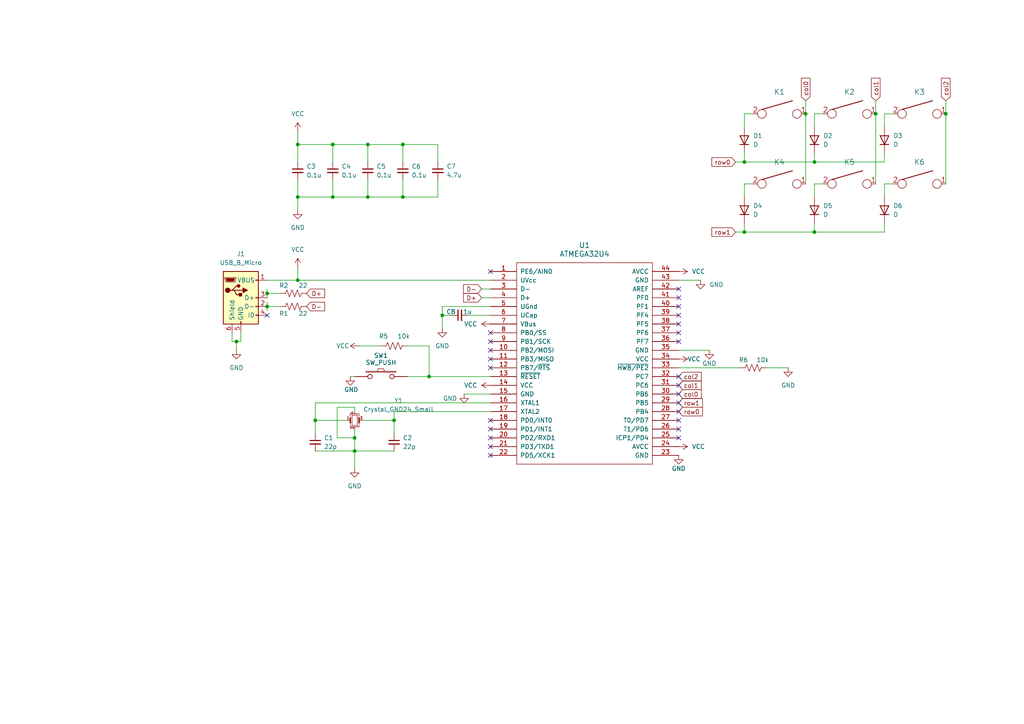
<source format=kicad_sch>
(kicad_sch
	(version 20250114)
	(generator "eeschema")
	(generator_version "9.0")
	(uuid "6ed79eab-f836-4a9e-ac42-cc4d9bd8b8c0")
	(paper "A4")
	(lib_symbols
		(symbol "Connector:USB_B_Micro"
			(pin_names
				(offset 1.016)
			)
			(exclude_from_sim no)
			(in_bom yes)
			(on_board yes)
			(property "Reference" "J"
				(at -5.08 11.43 0)
				(effects
					(font
						(size 1.27 1.27)
					)
					(justify left)
				)
			)
			(property "Value" "USB_B_Micro"
				(at -5.08 8.89 0)
				(effects
					(font
						(size 1.27 1.27)
					)
					(justify left)
				)
			)
			(property "Footprint" ""
				(at 3.81 -1.27 0)
				(effects
					(font
						(size 1.27 1.27)
					)
					(hide yes)
				)
			)
			(property "Datasheet" "~"
				(at 3.81 -1.27 0)
				(effects
					(font
						(size 1.27 1.27)
					)
					(hide yes)
				)
			)
			(property "Description" "USB Micro Type B connector"
				(at 0 0 0)
				(effects
					(font
						(size 1.27 1.27)
					)
					(hide yes)
				)
			)
			(property "ki_keywords" "connector USB micro"
				(at 0 0 0)
				(effects
					(font
						(size 1.27 1.27)
					)
					(hide yes)
				)
			)
			(property "ki_fp_filters" "USB*Micro*B*"
				(at 0 0 0)
				(effects
					(font
						(size 1.27 1.27)
					)
					(hide yes)
				)
			)
			(symbol "USB_B_Micro_0_1"
				(rectangle
					(start -5.08 -7.62)
					(end 5.08 7.62)
					(stroke
						(width 0.254)
						(type default)
					)
					(fill
						(type background)
					)
				)
				(polyline
					(pts
						(xy -4.699 5.842) (xy -4.699 5.588) (xy -4.445 4.826) (xy -4.445 4.572) (xy -1.651 4.572) (xy -1.651 4.826)
						(xy -1.397 5.588) (xy -1.397 5.842) (xy -4.699 5.842)
					)
					(stroke
						(width 0)
						(type default)
					)
					(fill
						(type none)
					)
				)
				(polyline
					(pts
						(xy -4.318 5.588) (xy -1.778 5.588) (xy -2.032 4.826) (xy -4.064 4.826) (xy -4.318 5.588)
					)
					(stroke
						(width 0)
						(type default)
					)
					(fill
						(type outline)
					)
				)
				(circle
					(center -3.81 2.159)
					(radius 0.635)
					(stroke
						(width 0.254)
						(type default)
					)
					(fill
						(type outline)
					)
				)
				(polyline
					(pts
						(xy -3.175 2.159) (xy -2.54 2.159) (xy -1.27 3.429) (xy -0.635 3.429)
					)
					(stroke
						(width 0.254)
						(type default)
					)
					(fill
						(type none)
					)
				)
				(polyline
					(pts
						(xy -2.54 2.159) (xy -1.905 2.159) (xy -1.27 0.889) (xy 0 0.889)
					)
					(stroke
						(width 0.254)
						(type default)
					)
					(fill
						(type none)
					)
				)
				(polyline
					(pts
						(xy -1.905 2.159) (xy 0.635 2.159)
					)
					(stroke
						(width 0.254)
						(type default)
					)
					(fill
						(type none)
					)
				)
				(circle
					(center -0.635 3.429)
					(radius 0.381)
					(stroke
						(width 0.254)
						(type default)
					)
					(fill
						(type outline)
					)
				)
				(rectangle
					(start -0.127 -7.62)
					(end 0.127 -6.858)
					(stroke
						(width 0)
						(type default)
					)
					(fill
						(type none)
					)
				)
				(rectangle
					(start 0.254 1.27)
					(end -0.508 0.508)
					(stroke
						(width 0.254)
						(type default)
					)
					(fill
						(type outline)
					)
				)
				(polyline
					(pts
						(xy 0.635 2.794) (xy 0.635 1.524) (xy 1.905 2.159) (xy 0.635 2.794)
					)
					(stroke
						(width 0.254)
						(type default)
					)
					(fill
						(type outline)
					)
				)
				(rectangle
					(start 5.08 4.953)
					(end 4.318 5.207)
					(stroke
						(width 0)
						(type default)
					)
					(fill
						(type none)
					)
				)
				(rectangle
					(start 5.08 -0.127)
					(end 4.318 0.127)
					(stroke
						(width 0)
						(type default)
					)
					(fill
						(type none)
					)
				)
				(rectangle
					(start 5.08 -2.667)
					(end 4.318 -2.413)
					(stroke
						(width 0)
						(type default)
					)
					(fill
						(type none)
					)
				)
				(rectangle
					(start 5.08 -5.207)
					(end 4.318 -4.953)
					(stroke
						(width 0)
						(type default)
					)
					(fill
						(type none)
					)
				)
			)
			(symbol "USB_B_Micro_1_1"
				(pin passive line
					(at -2.54 -10.16 90)
					(length 2.54)
					(name "Shield"
						(effects
							(font
								(size 1.27 1.27)
							)
						)
					)
					(number "6"
						(effects
							(font
								(size 1.27 1.27)
							)
						)
					)
				)
				(pin power_out line
					(at 0 -10.16 90)
					(length 2.54)
					(name "GND"
						(effects
							(font
								(size 1.27 1.27)
							)
						)
					)
					(number "5"
						(effects
							(font
								(size 1.27 1.27)
							)
						)
					)
				)
				(pin power_out line
					(at 7.62 5.08 180)
					(length 2.54)
					(name "VBUS"
						(effects
							(font
								(size 1.27 1.27)
							)
						)
					)
					(number "1"
						(effects
							(font
								(size 1.27 1.27)
							)
						)
					)
				)
				(pin bidirectional line
					(at 7.62 0 180)
					(length 2.54)
					(name "D+"
						(effects
							(font
								(size 1.27 1.27)
							)
						)
					)
					(number "3"
						(effects
							(font
								(size 1.27 1.27)
							)
						)
					)
				)
				(pin bidirectional line
					(at 7.62 -2.54 180)
					(length 2.54)
					(name "D-"
						(effects
							(font
								(size 1.27 1.27)
							)
						)
					)
					(number "2"
						(effects
							(font
								(size 1.27 1.27)
							)
						)
					)
				)
				(pin passive line
					(at 7.62 -5.08 180)
					(length 2.54)
					(name "ID"
						(effects
							(font
								(size 1.27 1.27)
							)
						)
					)
					(number "4"
						(effects
							(font
								(size 1.27 1.27)
							)
						)
					)
				)
			)
			(embedded_fonts no)
		)
		(symbol "Device:C_Small"
			(pin_numbers
				(hide yes)
			)
			(pin_names
				(offset 0.254)
				(hide yes)
			)
			(exclude_from_sim no)
			(in_bom yes)
			(on_board yes)
			(property "Reference" "C"
				(at 0.254 1.778 0)
				(effects
					(font
						(size 1.27 1.27)
					)
					(justify left)
				)
			)
			(property "Value" "C_Small"
				(at 0.254 -2.032 0)
				(effects
					(font
						(size 1.27 1.27)
					)
					(justify left)
				)
			)
			(property "Footprint" ""
				(at 0 0 0)
				(effects
					(font
						(size 1.27 1.27)
					)
					(hide yes)
				)
			)
			(property "Datasheet" "~"
				(at 0 0 0)
				(effects
					(font
						(size 1.27 1.27)
					)
					(hide yes)
				)
			)
			(property "Description" "Unpolarized capacitor, small symbol"
				(at 0 0 0)
				(effects
					(font
						(size 1.27 1.27)
					)
					(hide yes)
				)
			)
			(property "ki_keywords" "capacitor cap"
				(at 0 0 0)
				(effects
					(font
						(size 1.27 1.27)
					)
					(hide yes)
				)
			)
			(property "ki_fp_filters" "C_*"
				(at 0 0 0)
				(effects
					(font
						(size 1.27 1.27)
					)
					(hide yes)
				)
			)
			(symbol "C_Small_0_1"
				(polyline
					(pts
						(xy -1.524 0.508) (xy 1.524 0.508)
					)
					(stroke
						(width 0.3048)
						(type default)
					)
					(fill
						(type none)
					)
				)
				(polyline
					(pts
						(xy -1.524 -0.508) (xy 1.524 -0.508)
					)
					(stroke
						(width 0.3302)
						(type default)
					)
					(fill
						(type none)
					)
				)
			)
			(symbol "C_Small_1_1"
				(pin passive line
					(at 0 2.54 270)
					(length 2.032)
					(name "~"
						(effects
							(font
								(size 1.27 1.27)
							)
						)
					)
					(number "1"
						(effects
							(font
								(size 1.27 1.27)
							)
						)
					)
				)
				(pin passive line
					(at 0 -2.54 90)
					(length 2.032)
					(name "~"
						(effects
							(font
								(size 1.27 1.27)
							)
						)
					)
					(number "2"
						(effects
							(font
								(size 1.27 1.27)
							)
						)
					)
				)
			)
			(embedded_fonts no)
		)
		(symbol "Device:Crystal_GND24_Small"
			(pin_names
				(offset 1.016)
				(hide yes)
			)
			(exclude_from_sim no)
			(in_bom yes)
			(on_board yes)
			(property "Reference" "Y"
				(at 1.27 4.445 0)
				(effects
					(font
						(size 1.27 1.27)
					)
					(justify left)
				)
			)
			(property "Value" "Crystal_GND24_Small"
				(at 1.27 2.54 0)
				(effects
					(font
						(size 1.27 1.27)
					)
					(justify left)
				)
			)
			(property "Footprint" ""
				(at 0 0 0)
				(effects
					(font
						(size 1.27 1.27)
					)
					(hide yes)
				)
			)
			(property "Datasheet" "~"
				(at 0 0 0)
				(effects
					(font
						(size 1.27 1.27)
					)
					(hide yes)
				)
			)
			(property "Description" "Four pin crystal, GND on pins 2 and 4, small symbol"
				(at 0 0 0)
				(effects
					(font
						(size 1.27 1.27)
					)
					(hide yes)
				)
			)
			(property "ki_keywords" "quartz ceramic resonator oscillator"
				(at 0 0 0)
				(effects
					(font
						(size 1.27 1.27)
					)
					(hide yes)
				)
			)
			(property "ki_fp_filters" "Crystal*"
				(at 0 0 0)
				(effects
					(font
						(size 1.27 1.27)
					)
					(hide yes)
				)
			)
			(symbol "Crystal_GND24_Small_0_1"
				(polyline
					(pts
						(xy -1.27 1.27) (xy -1.27 1.905) (xy 1.27 1.905) (xy 1.27 1.27)
					)
					(stroke
						(width 0)
						(type default)
					)
					(fill
						(type none)
					)
				)
				(polyline
					(pts
						(xy -1.27 -0.762) (xy -1.27 0.762)
					)
					(stroke
						(width 0.381)
						(type default)
					)
					(fill
						(type none)
					)
				)
				(polyline
					(pts
						(xy -1.27 -1.27) (xy -1.27 -1.905) (xy 1.27 -1.905) (xy 1.27 -1.27)
					)
					(stroke
						(width 0)
						(type default)
					)
					(fill
						(type none)
					)
				)
				(rectangle
					(start -0.762 -1.524)
					(end 0.762 1.524)
					(stroke
						(width 0)
						(type default)
					)
					(fill
						(type none)
					)
				)
				(polyline
					(pts
						(xy 1.27 -0.762) (xy 1.27 0.762)
					)
					(stroke
						(width 0.381)
						(type default)
					)
					(fill
						(type none)
					)
				)
			)
			(symbol "Crystal_GND24_Small_1_1"
				(pin passive line
					(at -2.54 0 0)
					(length 1.27)
					(name "1"
						(effects
							(font
								(size 1.27 1.27)
							)
						)
					)
					(number "1"
						(effects
							(font
								(size 0.762 0.762)
							)
						)
					)
				)
				(pin passive line
					(at 0 2.54 270)
					(length 0.635)
					(name "4"
						(effects
							(font
								(size 1.27 1.27)
							)
						)
					)
					(number "4"
						(effects
							(font
								(size 0.762 0.762)
							)
						)
					)
				)
				(pin passive line
					(at 0 -2.54 90)
					(length 0.635)
					(name "2"
						(effects
							(font
								(size 1.27 1.27)
							)
						)
					)
					(number "2"
						(effects
							(font
								(size 0.762 0.762)
							)
						)
					)
				)
				(pin passive line
					(at 2.54 0 180)
					(length 1.27)
					(name "3"
						(effects
							(font
								(size 1.27 1.27)
							)
						)
					)
					(number "3"
						(effects
							(font
								(size 0.762 0.762)
							)
						)
					)
				)
			)
			(embedded_fonts no)
		)
		(symbol "Device:D"
			(pin_numbers
				(hide yes)
			)
			(pin_names
				(offset 1.016)
				(hide yes)
			)
			(exclude_from_sim no)
			(in_bom yes)
			(on_board yes)
			(property "Reference" "D"
				(at 0 2.54 0)
				(effects
					(font
						(size 1.27 1.27)
					)
				)
			)
			(property "Value" "D"
				(at 0 -2.54 0)
				(effects
					(font
						(size 1.27 1.27)
					)
				)
			)
			(property "Footprint" ""
				(at 0 0 0)
				(effects
					(font
						(size 1.27 1.27)
					)
					(hide yes)
				)
			)
			(property "Datasheet" "~"
				(at 0 0 0)
				(effects
					(font
						(size 1.27 1.27)
					)
					(hide yes)
				)
			)
			(property "Description" "Diode"
				(at 0 0 0)
				(effects
					(font
						(size 1.27 1.27)
					)
					(hide yes)
				)
			)
			(property "Sim.Device" "D"
				(at 0 0 0)
				(effects
					(font
						(size 1.27 1.27)
					)
					(hide yes)
				)
			)
			(property "Sim.Pins" "1=K 2=A"
				(at 0 0 0)
				(effects
					(font
						(size 1.27 1.27)
					)
					(hide yes)
				)
			)
			(property "ki_keywords" "diode"
				(at 0 0 0)
				(effects
					(font
						(size 1.27 1.27)
					)
					(hide yes)
				)
			)
			(property "ki_fp_filters" "TO-???* *_Diode_* *SingleDiode* D_*"
				(at 0 0 0)
				(effects
					(font
						(size 1.27 1.27)
					)
					(hide yes)
				)
			)
			(symbol "D_0_1"
				(polyline
					(pts
						(xy -1.27 1.27) (xy -1.27 -1.27)
					)
					(stroke
						(width 0.254)
						(type default)
					)
					(fill
						(type none)
					)
				)
				(polyline
					(pts
						(xy 1.27 1.27) (xy 1.27 -1.27) (xy -1.27 0) (xy 1.27 1.27)
					)
					(stroke
						(width 0.254)
						(type default)
					)
					(fill
						(type none)
					)
				)
				(polyline
					(pts
						(xy 1.27 0) (xy -1.27 0)
					)
					(stroke
						(width 0)
						(type default)
					)
					(fill
						(type none)
					)
				)
			)
			(symbol "D_1_1"
				(pin passive line
					(at -3.81 0 0)
					(length 2.54)
					(name "K"
						(effects
							(font
								(size 1.27 1.27)
							)
						)
					)
					(number "1"
						(effects
							(font
								(size 1.27 1.27)
							)
						)
					)
				)
				(pin passive line
					(at 3.81 0 180)
					(length 2.54)
					(name "A"
						(effects
							(font
								(size 1.27 1.27)
							)
						)
					)
					(number "2"
						(effects
							(font
								(size 1.27 1.27)
							)
						)
					)
				)
			)
			(embedded_fonts no)
		)
		(symbol "Device:R_US"
			(pin_numbers
				(hide yes)
			)
			(pin_names
				(offset 0)
			)
			(exclude_from_sim no)
			(in_bom yes)
			(on_board yes)
			(property "Reference" "R"
				(at 2.54 0 90)
				(effects
					(font
						(size 1.27 1.27)
					)
				)
			)
			(property "Value" "R_US"
				(at -2.54 0 90)
				(effects
					(font
						(size 1.27 1.27)
					)
				)
			)
			(property "Footprint" ""
				(at 1.016 -0.254 90)
				(effects
					(font
						(size 1.27 1.27)
					)
					(hide yes)
				)
			)
			(property "Datasheet" "~"
				(at 0 0 0)
				(effects
					(font
						(size 1.27 1.27)
					)
					(hide yes)
				)
			)
			(property "Description" "Resistor, US symbol"
				(at 0 0 0)
				(effects
					(font
						(size 1.27 1.27)
					)
					(hide yes)
				)
			)
			(property "ki_keywords" "R res resistor"
				(at 0 0 0)
				(effects
					(font
						(size 1.27 1.27)
					)
					(hide yes)
				)
			)
			(property "ki_fp_filters" "R_*"
				(at 0 0 0)
				(effects
					(font
						(size 1.27 1.27)
					)
					(hide yes)
				)
			)
			(symbol "R_US_0_1"
				(polyline
					(pts
						(xy 0 2.286) (xy 0 2.54)
					)
					(stroke
						(width 0)
						(type default)
					)
					(fill
						(type none)
					)
				)
				(polyline
					(pts
						(xy 0 2.286) (xy 1.016 1.905) (xy 0 1.524) (xy -1.016 1.143) (xy 0 0.762)
					)
					(stroke
						(width 0)
						(type default)
					)
					(fill
						(type none)
					)
				)
				(polyline
					(pts
						(xy 0 0.762) (xy 1.016 0.381) (xy 0 0) (xy -1.016 -0.381) (xy 0 -0.762)
					)
					(stroke
						(width 0)
						(type default)
					)
					(fill
						(type none)
					)
				)
				(polyline
					(pts
						(xy 0 -0.762) (xy 1.016 -1.143) (xy 0 -1.524) (xy -1.016 -1.905) (xy 0 -2.286)
					)
					(stroke
						(width 0)
						(type default)
					)
					(fill
						(type none)
					)
				)
				(polyline
					(pts
						(xy 0 -2.286) (xy 0 -2.54)
					)
					(stroke
						(width 0)
						(type default)
					)
					(fill
						(type none)
					)
				)
			)
			(symbol "R_US_1_1"
				(pin passive line
					(at 0 3.81 270)
					(length 1.27)
					(name "~"
						(effects
							(font
								(size 1.27 1.27)
							)
						)
					)
					(number "1"
						(effects
							(font
								(size 1.27 1.27)
							)
						)
					)
				)
				(pin passive line
					(at 0 -3.81 90)
					(length 1.27)
					(name "~"
						(effects
							(font
								(size 1.27 1.27)
							)
						)
					)
					(number "2"
						(effects
							(font
								(size 1.27 1.27)
							)
						)
					)
				)
			)
			(embedded_fonts no)
		)
		(symbol "keyboard_parts:ATMEGA32U4"
			(pin_names
				(offset 1.016)
			)
			(exclude_from_sim no)
			(in_bom yes)
			(on_board yes)
			(property "Reference" "U"
				(at 0 -31.75 0)
				(effects
					(font
						(size 1.524 1.524)
					)
				)
			)
			(property "Value" "ATMEGA32U4"
				(at 0 31.75 0)
				(effects
					(font
						(size 1.524 1.524)
					)
				)
			)
			(property "Footprint" ""
				(at 0 0 0)
				(effects
					(font
						(size 1.524 1.524)
					)
				)
			)
			(property "Datasheet" ""
				(at 0 0 0)
				(effects
					(font
						(size 1.524 1.524)
					)
				)
			)
			(property "Description" ""
				(at 0 0 0)
				(effects
					(font
						(size 1.27 1.27)
					)
					(hide yes)
				)
			)
			(symbol "ATMEGA32U4_0_1"
				(rectangle
					(start 20.32 29.21)
					(end -19.05 -29.21)
					(stroke
						(width 0)
						(type solid)
					)
					(fill
						(type none)
					)
				)
			)
			(symbol "ATMEGA32U4_1_1"
				(pin bidirectional line
					(at -26.67 26.67 0)
					(length 7.62)
					(name "PE6/AIN0"
						(effects
							(font
								(size 1.27 1.27)
							)
						)
					)
					(number "1"
						(effects
							(font
								(size 1.27 1.27)
							)
						)
					)
				)
				(pin power_in line
					(at -26.67 24.13 0)
					(length 7.62)
					(name "UVcc"
						(effects
							(font
								(size 1.27 1.27)
							)
						)
					)
					(number "2"
						(effects
							(font
								(size 1.27 1.27)
							)
						)
					)
				)
				(pin bidirectional line
					(at -26.67 21.59 0)
					(length 7.62)
					(name "D-"
						(effects
							(font
								(size 1.27 1.27)
							)
						)
					)
					(number "3"
						(effects
							(font
								(size 1.27 1.27)
							)
						)
					)
				)
				(pin bidirectional line
					(at -26.67 19.05 0)
					(length 7.62)
					(name "D+"
						(effects
							(font
								(size 1.27 1.27)
							)
						)
					)
					(number "4"
						(effects
							(font
								(size 1.27 1.27)
							)
						)
					)
				)
				(pin power_in line
					(at -26.67 16.51 0)
					(length 7.62)
					(name "UGnd"
						(effects
							(font
								(size 1.27 1.27)
							)
						)
					)
					(number "5"
						(effects
							(font
								(size 1.27 1.27)
							)
						)
					)
				)
				(pin input line
					(at -26.67 13.97 0)
					(length 7.62)
					(name "UCap"
						(effects
							(font
								(size 1.27 1.27)
							)
						)
					)
					(number "6"
						(effects
							(font
								(size 1.27 1.27)
							)
						)
					)
				)
				(pin input line
					(at -26.67 11.43 0)
					(length 7.62)
					(name "VBus"
						(effects
							(font
								(size 1.27 1.27)
							)
						)
					)
					(number "7"
						(effects
							(font
								(size 1.27 1.27)
							)
						)
					)
				)
				(pin bidirectional line
					(at -26.67 8.89 0)
					(length 7.62)
					(name "PB0/SS"
						(effects
							(font
								(size 1.27 1.27)
							)
						)
					)
					(number "8"
						(effects
							(font
								(size 1.27 1.27)
							)
						)
					)
				)
				(pin bidirectional line
					(at -26.67 6.35 0)
					(length 7.62)
					(name "PB1/SCK"
						(effects
							(font
								(size 1.27 1.27)
							)
						)
					)
					(number "9"
						(effects
							(font
								(size 1.27 1.27)
							)
						)
					)
				)
				(pin bidirectional line
					(at -26.67 3.81 0)
					(length 7.62)
					(name "PB2/MOSI"
						(effects
							(font
								(size 1.27 1.27)
							)
						)
					)
					(number "10"
						(effects
							(font
								(size 1.27 1.27)
							)
						)
					)
				)
				(pin bidirectional line
					(at -26.67 1.27 0)
					(length 7.62)
					(name "PB3/MISO"
						(effects
							(font
								(size 1.27 1.27)
							)
						)
					)
					(number "11"
						(effects
							(font
								(size 1.27 1.27)
							)
						)
					)
				)
				(pin bidirectional line
					(at -26.67 -1.27 0)
					(length 7.62)
					(name "PB7/~{RTS}"
						(effects
							(font
								(size 1.27 1.27)
							)
						)
					)
					(number "12"
						(effects
							(font
								(size 1.27 1.27)
							)
						)
					)
				)
				(pin input line
					(at -26.67 -3.81 0)
					(length 7.62)
					(name "~{RESET}"
						(effects
							(font
								(size 1.27 1.27)
							)
						)
					)
					(number "13"
						(effects
							(font
								(size 1.27 1.27)
							)
						)
					)
				)
				(pin power_in line
					(at -26.67 -6.35 0)
					(length 7.62)
					(name "VCC"
						(effects
							(font
								(size 1.27 1.27)
							)
						)
					)
					(number "14"
						(effects
							(font
								(size 1.27 1.27)
							)
						)
					)
				)
				(pin power_in line
					(at -26.67 -8.89 0)
					(length 7.62)
					(name "GND"
						(effects
							(font
								(size 1.27 1.27)
							)
						)
					)
					(number "15"
						(effects
							(font
								(size 1.27 1.27)
							)
						)
					)
				)
				(pin input line
					(at -26.67 -11.43 0)
					(length 7.62)
					(name "XTAL1"
						(effects
							(font
								(size 1.27 1.27)
							)
						)
					)
					(number "16"
						(effects
							(font
								(size 1.27 1.27)
							)
						)
					)
				)
				(pin output line
					(at -26.67 -13.97 0)
					(length 7.62)
					(name "XTAL2"
						(effects
							(font
								(size 1.27 1.27)
							)
						)
					)
					(number "17"
						(effects
							(font
								(size 1.27 1.27)
							)
						)
					)
				)
				(pin bidirectional line
					(at -26.67 -16.51 0)
					(length 7.62)
					(name "PD0/INT0"
						(effects
							(font
								(size 1.27 1.27)
							)
						)
					)
					(number "18"
						(effects
							(font
								(size 1.27 1.27)
							)
						)
					)
				)
				(pin bidirectional line
					(at -26.67 -19.05 0)
					(length 7.62)
					(name "PD1/INT1"
						(effects
							(font
								(size 1.27 1.27)
							)
						)
					)
					(number "19"
						(effects
							(font
								(size 1.27 1.27)
							)
						)
					)
				)
				(pin bidirectional line
					(at -26.67 -21.59 0)
					(length 7.62)
					(name "PD2/RXD1"
						(effects
							(font
								(size 1.27 1.27)
							)
						)
					)
					(number "20"
						(effects
							(font
								(size 1.27 1.27)
							)
						)
					)
				)
				(pin bidirectional line
					(at -26.67 -24.13 0)
					(length 7.62)
					(name "PD3/TXD1"
						(effects
							(font
								(size 1.27 1.27)
							)
						)
					)
					(number "21"
						(effects
							(font
								(size 1.27 1.27)
							)
						)
					)
				)
				(pin bidirectional line
					(at -26.67 -26.67 0)
					(length 7.62)
					(name "PD5/XCK1"
						(effects
							(font
								(size 1.27 1.27)
							)
						)
					)
					(number "22"
						(effects
							(font
								(size 1.27 1.27)
							)
						)
					)
				)
				(pin power_in line
					(at 27.94 26.67 180)
					(length 7.62)
					(name "AVCC"
						(effects
							(font
								(size 1.27 1.27)
							)
						)
					)
					(number "44"
						(effects
							(font
								(size 1.27 1.27)
							)
						)
					)
				)
				(pin power_in line
					(at 27.94 24.13 180)
					(length 7.62)
					(name "GND"
						(effects
							(font
								(size 1.27 1.27)
							)
						)
					)
					(number "43"
						(effects
							(font
								(size 1.27 1.27)
							)
						)
					)
				)
				(pin input line
					(at 27.94 21.59 180)
					(length 7.62)
					(name "AREF"
						(effects
							(font
								(size 1.27 1.27)
							)
						)
					)
					(number "42"
						(effects
							(font
								(size 1.27 1.27)
							)
						)
					)
				)
				(pin bidirectional line
					(at 27.94 19.05 180)
					(length 7.62)
					(name "PF0"
						(effects
							(font
								(size 1.27 1.27)
							)
						)
					)
					(number "41"
						(effects
							(font
								(size 1.27 1.27)
							)
						)
					)
				)
				(pin bidirectional line
					(at 27.94 16.51 180)
					(length 7.62)
					(name "PF1"
						(effects
							(font
								(size 1.27 1.27)
							)
						)
					)
					(number "40"
						(effects
							(font
								(size 1.27 1.27)
							)
						)
					)
				)
				(pin bidirectional line
					(at 27.94 13.97 180)
					(length 7.62)
					(name "PF4"
						(effects
							(font
								(size 1.27 1.27)
							)
						)
					)
					(number "39"
						(effects
							(font
								(size 1.27 1.27)
							)
						)
					)
				)
				(pin bidirectional line
					(at 27.94 11.43 180)
					(length 7.62)
					(name "PF5"
						(effects
							(font
								(size 1.27 1.27)
							)
						)
					)
					(number "38"
						(effects
							(font
								(size 1.27 1.27)
							)
						)
					)
				)
				(pin bidirectional line
					(at 27.94 8.89 180)
					(length 7.62)
					(name "PF6"
						(effects
							(font
								(size 1.27 1.27)
							)
						)
					)
					(number "37"
						(effects
							(font
								(size 1.27 1.27)
							)
						)
					)
				)
				(pin bidirectional line
					(at 27.94 6.35 180)
					(length 7.62)
					(name "PF7"
						(effects
							(font
								(size 1.27 1.27)
							)
						)
					)
					(number "36"
						(effects
							(font
								(size 1.27 1.27)
							)
						)
					)
				)
				(pin power_in line
					(at 27.94 3.81 180)
					(length 7.62)
					(name "GND"
						(effects
							(font
								(size 1.27 1.27)
							)
						)
					)
					(number "35"
						(effects
							(font
								(size 1.27 1.27)
							)
						)
					)
				)
				(pin power_in line
					(at 27.94 1.27 180)
					(length 7.62)
					(name "VCC"
						(effects
							(font
								(size 1.27 1.27)
							)
						)
					)
					(number "34"
						(effects
							(font
								(size 1.27 1.27)
							)
						)
					)
				)
				(pin bidirectional line
					(at 27.94 -1.27 180)
					(length 7.62)
					(name "~{HWB/PE2}"
						(effects
							(font
								(size 1.27 1.27)
							)
						)
					)
					(number "33"
						(effects
							(font
								(size 1.27 1.27)
							)
						)
					)
				)
				(pin bidirectional line
					(at 27.94 -3.81 180)
					(length 7.62)
					(name "PC7"
						(effects
							(font
								(size 1.27 1.27)
							)
						)
					)
					(number "32"
						(effects
							(font
								(size 1.27 1.27)
							)
						)
					)
				)
				(pin bidirectional line
					(at 27.94 -6.35 180)
					(length 7.62)
					(name "PC6"
						(effects
							(font
								(size 1.27 1.27)
							)
						)
					)
					(number "31"
						(effects
							(font
								(size 1.27 1.27)
							)
						)
					)
				)
				(pin bidirectional line
					(at 27.94 -8.89 180)
					(length 7.62)
					(name "PB6"
						(effects
							(font
								(size 1.27 1.27)
							)
						)
					)
					(number "30"
						(effects
							(font
								(size 1.27 1.27)
							)
						)
					)
				)
				(pin bidirectional line
					(at 27.94 -11.43 180)
					(length 7.62)
					(name "PB5"
						(effects
							(font
								(size 1.27 1.27)
							)
						)
					)
					(number "29"
						(effects
							(font
								(size 1.27 1.27)
							)
						)
					)
				)
				(pin bidirectional line
					(at 27.94 -13.97 180)
					(length 7.62)
					(name "PB4"
						(effects
							(font
								(size 1.27 1.27)
							)
						)
					)
					(number "28"
						(effects
							(font
								(size 1.27 1.27)
							)
						)
					)
				)
				(pin bidirectional line
					(at 27.94 -16.51 180)
					(length 7.62)
					(name "T0/PD7"
						(effects
							(font
								(size 1.27 1.27)
							)
						)
					)
					(number "27"
						(effects
							(font
								(size 1.27 1.27)
							)
						)
					)
				)
				(pin bidirectional line
					(at 27.94 -19.05 180)
					(length 7.62)
					(name "T1/PD6"
						(effects
							(font
								(size 1.27 1.27)
							)
						)
					)
					(number "26"
						(effects
							(font
								(size 1.27 1.27)
							)
						)
					)
				)
				(pin bidirectional line
					(at 27.94 -21.59 180)
					(length 7.62)
					(name "ICP1/PD4"
						(effects
							(font
								(size 1.27 1.27)
							)
						)
					)
					(number "25"
						(effects
							(font
								(size 1.27 1.27)
							)
						)
					)
				)
				(pin power_in line
					(at 27.94 -24.13 180)
					(length 7.62)
					(name "AVCC"
						(effects
							(font
								(size 1.27 1.27)
							)
						)
					)
					(number "24"
						(effects
							(font
								(size 1.27 1.27)
							)
						)
					)
				)
				(pin power_in line
					(at 27.94 -26.67 180)
					(length 7.62)
					(name "GND"
						(effects
							(font
								(size 1.27 1.27)
							)
						)
					)
					(number "23"
						(effects
							(font
								(size 1.27 1.27)
							)
						)
					)
				)
			)
			(embedded_fonts no)
		)
		(symbol "keyboard_parts:KEYSW"
			(pin_names
				(offset 1.016)
			)
			(exclude_from_sim no)
			(in_bom yes)
			(on_board yes)
			(property "Reference" "K?"
				(at -1.27 0 0)
				(effects
					(font
						(size 1.524 1.524)
					)
				)
			)
			(property "Value" "KEYSW"
				(at 0 -2.54 0)
				(effects
					(font
						(size 1.524 1.524)
					)
					(hide yes)
				)
			)
			(property "Footprint" ""
				(at 0 0 0)
				(effects
					(font
						(size 1.524 1.524)
					)
				)
			)
			(property "Datasheet" ""
				(at 0 0 0)
				(effects
					(font
						(size 1.524 1.524)
					)
				)
			)
			(property "Description" ""
				(at 0 0 0)
				(effects
					(font
						(size 1.27 1.27)
					)
					(hide yes)
				)
			)
			(symbol "KEYSW_0_1"
				(polyline
					(pts
						(xy -5.08 1.27) (xy 3.81 3.81)
					)
					(stroke
						(width 0.254)
						(type solid)
					)
					(fill
						(type none)
					)
				)
				(circle
					(center -5.08 0)
					(radius 1.27)
					(stroke
						(width 0)
						(type solid)
					)
					(fill
						(type none)
					)
				)
				(circle
					(center 5.08 0)
					(radius 1.27)
					(stroke
						(width 0)
						(type solid)
					)
					(fill
						(type none)
					)
				)
			)
			(symbol "KEYSW_1_1"
				(pin passive line
					(at -7.62 0 0)
					(length 1.27)
					(name "~"
						(effects
							(font
								(size 1.524 1.524)
							)
						)
					)
					(number "2"
						(effects
							(font
								(size 1.524 1.524)
							)
						)
					)
				)
				(pin passive line
					(at 7.62 0 180)
					(length 1.27)
					(name "~"
						(effects
							(font
								(size 1.524 1.524)
							)
						)
					)
					(number "1"
						(effects
							(font
								(size 1.524 1.524)
							)
						)
					)
				)
			)
			(embedded_fonts no)
		)
		(symbol "keyboard_parts:SW_PUSH"
			(pin_numbers
				(hide yes)
			)
			(pin_names
				(offset 1.016)
				(hide yes)
			)
			(exclude_from_sim no)
			(in_bom yes)
			(on_board yes)
			(property "Reference" "SW"
				(at 3.81 2.794 0)
				(effects
					(font
						(size 1.27 1.27)
					)
				)
			)
			(property "Value" "SW_PUSH"
				(at 0 -2.032 0)
				(effects
					(font
						(size 1.27 1.27)
					)
				)
			)
			(property "Footprint" ""
				(at 0 0 0)
				(effects
					(font
						(size 1.524 1.524)
					)
				)
			)
			(property "Datasheet" ""
				(at 0 0 0)
				(effects
					(font
						(size 1.524 1.524)
					)
				)
			)
			(property "Description" ""
				(at 0 0 0)
				(effects
					(font
						(size 1.27 1.27)
					)
					(hide yes)
				)
			)
			(symbol "SW_PUSH_0_1"
				(rectangle
					(start -4.318 1.27)
					(end 4.318 1.524)
					(stroke
						(width 0)
						(type solid)
					)
					(fill
						(type none)
					)
				)
				(polyline
					(pts
						(xy -1.016 1.524) (xy -0.762 2.286) (xy 0.762 2.286) (xy 1.016 1.524)
					)
					(stroke
						(width 0)
						(type solid)
					)
					(fill
						(type none)
					)
				)
				(pin passive inverted
					(at -7.62 0 0)
					(length 5.08)
					(name "1"
						(effects
							(font
								(size 1.524 1.524)
							)
						)
					)
					(number "1"
						(effects
							(font
								(size 1.524 1.524)
							)
						)
					)
				)
				(pin passive inverted
					(at 7.62 0 180)
					(length 5.08)
					(name "2"
						(effects
							(font
								(size 1.524 1.524)
							)
						)
					)
					(number "2"
						(effects
							(font
								(size 1.524 1.524)
							)
						)
					)
				)
			)
			(embedded_fonts no)
		)
		(symbol "power:GND"
			(power)
			(pin_numbers
				(hide yes)
			)
			(pin_names
				(offset 0)
				(hide yes)
			)
			(exclude_from_sim no)
			(in_bom yes)
			(on_board yes)
			(property "Reference" "#PWR"
				(at 0 -6.35 0)
				(effects
					(font
						(size 1.27 1.27)
					)
					(hide yes)
				)
			)
			(property "Value" "GND"
				(at 0 -3.81 0)
				(effects
					(font
						(size 1.27 1.27)
					)
				)
			)
			(property "Footprint" ""
				(at 0 0 0)
				(effects
					(font
						(size 1.27 1.27)
					)
					(hide yes)
				)
			)
			(property "Datasheet" ""
				(at 0 0 0)
				(effects
					(font
						(size 1.27 1.27)
					)
					(hide yes)
				)
			)
			(property "Description" "Power symbol creates a global label with name \"GND\" , ground"
				(at 0 0 0)
				(effects
					(font
						(size 1.27 1.27)
					)
					(hide yes)
				)
			)
			(property "ki_keywords" "global power"
				(at 0 0 0)
				(effects
					(font
						(size 1.27 1.27)
					)
					(hide yes)
				)
			)
			(symbol "GND_0_1"
				(polyline
					(pts
						(xy 0 0) (xy 0 -1.27) (xy 1.27 -1.27) (xy 0 -2.54) (xy -1.27 -1.27) (xy 0 -1.27)
					)
					(stroke
						(width 0)
						(type default)
					)
					(fill
						(type none)
					)
				)
			)
			(symbol "GND_1_1"
				(pin power_in line
					(at 0 0 270)
					(length 0)
					(name "~"
						(effects
							(font
								(size 1.27 1.27)
							)
						)
					)
					(number "1"
						(effects
							(font
								(size 1.27 1.27)
							)
						)
					)
				)
			)
			(embedded_fonts no)
		)
		(symbol "power:VCC"
			(power)
			(pin_numbers
				(hide yes)
			)
			(pin_names
				(offset 0)
				(hide yes)
			)
			(exclude_from_sim no)
			(in_bom yes)
			(on_board yes)
			(property "Reference" "#PWR"
				(at 0 -3.81 0)
				(effects
					(font
						(size 1.27 1.27)
					)
					(hide yes)
				)
			)
			(property "Value" "VCC"
				(at 0 3.556 0)
				(effects
					(font
						(size 1.27 1.27)
					)
				)
			)
			(property "Footprint" ""
				(at 0 0 0)
				(effects
					(font
						(size 1.27 1.27)
					)
					(hide yes)
				)
			)
			(property "Datasheet" ""
				(at 0 0 0)
				(effects
					(font
						(size 1.27 1.27)
					)
					(hide yes)
				)
			)
			(property "Description" "Power symbol creates a global label with name \"VCC\""
				(at 0 0 0)
				(effects
					(font
						(size 1.27 1.27)
					)
					(hide yes)
				)
			)
			(property "ki_keywords" "global power"
				(at 0 0 0)
				(effects
					(font
						(size 1.27 1.27)
					)
					(hide yes)
				)
			)
			(symbol "VCC_0_1"
				(polyline
					(pts
						(xy -0.762 1.27) (xy 0 2.54)
					)
					(stroke
						(width 0)
						(type default)
					)
					(fill
						(type none)
					)
				)
				(polyline
					(pts
						(xy 0 2.54) (xy 0.762 1.27)
					)
					(stroke
						(width 0)
						(type default)
					)
					(fill
						(type none)
					)
				)
				(polyline
					(pts
						(xy 0 0) (xy 0 2.54)
					)
					(stroke
						(width 0)
						(type default)
					)
					(fill
						(type none)
					)
				)
			)
			(symbol "VCC_1_1"
				(pin power_in line
					(at 0 0 90)
					(length 0)
					(name "~"
						(effects
							(font
								(size 1.27 1.27)
							)
						)
					)
					(number "1"
						(effects
							(font
								(size 1.27 1.27)
							)
						)
					)
				)
			)
			(embedded_fonts no)
		)
	)
	(junction
		(at 116.84 57.15)
		(diameter 0)
		(color 0 0 0 0)
		(uuid "03515bd7-3c9c-4ade-9f99-b342e6777707")
	)
	(junction
		(at 128.27 91.44)
		(diameter 0)
		(color 0 0 0 0)
		(uuid "0ef2052a-537c-4985-8cda-9f128eee0d3a")
	)
	(junction
		(at 124.46 109.22)
		(diameter 0)
		(color 0 0 0 0)
		(uuid "0fc04a6f-632f-41f7-8737-23891163e43f")
	)
	(junction
		(at 102.87 127)
		(diameter 0)
		(color 0 0 0 0)
		(uuid "11048bbd-6c5b-447e-b2f3-4e6c63b614d0")
	)
	(junction
		(at 215.9 67.31)
		(diameter 0)
		(color 0 0 0 0)
		(uuid "1f7a3e78-3e04-4a31-8754-27e142cdb9ba")
	)
	(junction
		(at 96.52 41.91)
		(diameter 0)
		(color 0 0 0 0)
		(uuid "2b60473e-1658-4604-97af-d00e47487135")
	)
	(junction
		(at 102.87 130.81)
		(diameter 0)
		(color 0 0 0 0)
		(uuid "3d72462d-a951-4815-b895-2e6a484e900c")
	)
	(junction
		(at 106.68 57.15)
		(diameter 0)
		(color 0 0 0 0)
		(uuid "5d5f3368-bdd9-405b-8681-20a5cfbfa392")
	)
	(junction
		(at 274.32 33.02)
		(diameter 0)
		(color 0 0 0 0)
		(uuid "79be5bc7-2aa6-4b5a-9320-3c517d21cdfb")
	)
	(junction
		(at 77.47 85.09)
		(diameter 0)
		(color 0 0 0 0)
		(uuid "7fe037cb-75b3-4faf-bc79-520cc46aaf81")
	)
	(junction
		(at 236.22 46.99)
		(diameter 0)
		(color 0 0 0 0)
		(uuid "8354376e-21a2-445a-baba-b102bfc90a15")
	)
	(junction
		(at 86.36 57.15)
		(diameter 0)
		(color 0 0 0 0)
		(uuid "90aab7a5-8643-43cf-9e10-fae8f053e52e")
	)
	(junction
		(at 114.3 121.92)
		(diameter 0)
		(color 0 0 0 0)
		(uuid "9183d000-5982-4fdb-aadf-e8781538973c")
	)
	(junction
		(at 91.44 121.92)
		(diameter 0)
		(color 0 0 0 0)
		(uuid "91dbfc23-e177-4f4f-9642-c9cbd829c690")
	)
	(junction
		(at 96.52 57.15)
		(diameter 0)
		(color 0 0 0 0)
		(uuid "ab7f5d77-545d-42e1-b194-3ab8008cda3a")
	)
	(junction
		(at 254 33.02)
		(diameter 0)
		(color 0 0 0 0)
		(uuid "ab7ff025-6dcd-4bad-a9e1-037210286d17")
	)
	(junction
		(at 77.47 88.9)
		(diameter 0)
		(color 0 0 0 0)
		(uuid "ac532abe-3290-404c-aae4-d227f4c6b1b4")
	)
	(junction
		(at 233.68 33.02)
		(diameter 0)
		(color 0 0 0 0)
		(uuid "b058ea47-2744-46d1-84da-d7b54f6697ba")
	)
	(junction
		(at 86.36 81.28)
		(diameter 0)
		(color 0 0 0 0)
		(uuid "c681bf68-b648-4cf3-b7e8-49cac1d7e8ce")
	)
	(junction
		(at 86.36 41.91)
		(diameter 0)
		(color 0 0 0 0)
		(uuid "e673f224-dfa8-4c71-9401-4c3fedeff7ac")
	)
	(junction
		(at 116.84 41.91)
		(diameter 0)
		(color 0 0 0 0)
		(uuid "e7785f5b-88de-4580-95b0-616f8bb49687")
	)
	(junction
		(at 106.68 41.91)
		(diameter 0)
		(color 0 0 0 0)
		(uuid "f111d632-f4b8-4029-875a-4e2a572c480d")
	)
	(junction
		(at 215.9 46.99)
		(diameter 0)
		(color 0 0 0 0)
		(uuid "f5f8726f-a147-4aa8-96ee-f8307ee70a92")
	)
	(junction
		(at 236.22 67.31)
		(diameter 0)
		(color 0 0 0 0)
		(uuid "f686215c-309a-4780-a624-26f8226e71a5")
	)
	(junction
		(at 68.58 99.06)
		(diameter 0)
		(color 0 0 0 0)
		(uuid "f770a4ca-3f68-411c-bd0e-cfa38268fb26")
	)
	(no_connect
		(at 196.85 93.98)
		(uuid "0ad2378b-69ae-4719-b8ec-dc246d0d7d75")
	)
	(no_connect
		(at 196.85 124.46)
		(uuid "118f08d9-c726-46c1-884f-24b68cd90a91")
	)
	(no_connect
		(at 196.85 114.3)
		(uuid "16164c3f-ac9c-48f3-9586-d502d325342c")
	)
	(no_connect
		(at 196.85 86.36)
		(uuid "1e1f8c52-b29f-4222-82d8-3facd7dacabc")
	)
	(no_connect
		(at 196.85 111.76)
		(uuid "20545912-e542-4b35-b632-8d965c02617e")
	)
	(no_connect
		(at 196.85 99.06)
		(uuid "245b2cf0-cae2-4432-a5b6-4c3abd1024c4")
	)
	(no_connect
		(at 142.24 106.68)
		(uuid "2bd5d858-ede9-4c2b-bb18-790a4b0e6347")
	)
	(no_connect
		(at 142.24 124.46)
		(uuid "2e2007df-fcc6-44a3-8ac2-5e9bab805623")
	)
	(no_connect
		(at 196.85 88.9)
		(uuid "58d9d6c5-5a77-4a20-93f5-6688e41b611a")
	)
	(no_connect
		(at 196.85 116.84)
		(uuid "6b026fbf-a29e-44fe-a25c-c54a7e7d86b0")
	)
	(no_connect
		(at 142.24 132.08)
		(uuid "89769adf-1d11-494d-ba06-d995ba790453")
	)
	(no_connect
		(at 142.24 129.54)
		(uuid "8a3cffd3-88ed-4c06-a2b6-e27a8f8746fd")
	)
	(no_connect
		(at 142.24 96.52)
		(uuid "a31e397d-2853-4305-a7f5-c4f0d8e6058b")
	)
	(no_connect
		(at 196.85 121.92)
		(uuid "a798a0b5-f127-42da-baa5-d902fbd9ea9a")
	)
	(no_connect
		(at 196.85 119.38)
		(uuid "b5ecd550-0fe9-4cc5-a55d-744d0ef0382d")
	)
	(no_connect
		(at 142.24 104.14)
		(uuid "b7c85c91-98fb-4c92-8da0-4fe041857f51")
	)
	(no_connect
		(at 196.85 109.22)
		(uuid "c337461e-6168-4241-80c5-bb6360f18611")
	)
	(no_connect
		(at 196.85 83.82)
		(uuid "cb5c422b-ab54-4db8-a444-ffecc73f8de9")
	)
	(no_connect
		(at 142.24 101.6)
		(uuid "cc907615-bbdd-45f8-9d93-09aa3771ce6c")
	)
	(no_connect
		(at 142.24 99.06)
		(uuid "cd96e6da-2423-4702-a221-2033dc6ff399")
	)
	(no_connect
		(at 142.24 121.92)
		(uuid "cf32664e-7e6f-4549-8fa5-c332e3ae3316")
	)
	(no_connect
		(at 196.85 96.52)
		(uuid "dc03b8bb-63e0-4dc2-901a-2b67abfb4517")
	)
	(no_connect
		(at 196.85 91.44)
		(uuid "e20aa55e-e697-445a-bc89-44a4d765ea75")
	)
	(no_connect
		(at 142.24 127)
		(uuid "e6ad69a9-f1b2-4b99-8de6-59bf0ccb79ed")
	)
	(no_connect
		(at 142.24 78.74)
		(uuid "e7398bb9-87c2-4603-ad84-ac7d26835d35")
	)
	(no_connect
		(at 196.85 127)
		(uuid "eec22d72-f239-4e95-afad-4b1d22f8c9fb")
	)
	(no_connect
		(at 77.47 91.44)
		(uuid "f2e01ba1-1efb-4aa1-8444-f5069c8a72e7")
	)
	(wire
		(pts
			(xy 67.31 96.52) (xy 67.31 99.06)
		)
		(stroke
			(width 0)
			(type default)
		)
		(uuid "00f1d785-e9a7-4cda-90cd-3a830bc93a63")
	)
	(wire
		(pts
			(xy 77.47 87.63) (xy 77.47 88.9)
		)
		(stroke
			(width 0)
			(type default)
		)
		(uuid "013e0f4f-8af7-4801-91f2-8468d9609c1e")
	)
	(wire
		(pts
			(xy 274.32 29.21) (xy 274.32 33.02)
		)
		(stroke
			(width 0)
			(type default)
		)
		(uuid "034afaab-d7bf-4ac3-87e0-bf6b09c8ee16")
	)
	(wire
		(pts
			(xy 102.87 124.46) (xy 102.87 127)
		)
		(stroke
			(width 0)
			(type default)
		)
		(uuid "05a9e100-2ad8-4278-bbb5-1bd7622710b3")
	)
	(wire
		(pts
			(xy 102.87 130.81) (xy 102.87 135.89)
		)
		(stroke
			(width 0)
			(type default)
		)
		(uuid "060d0645-1b7c-42c1-bdd1-64aa9df678f2")
	)
	(wire
		(pts
			(xy 77.47 88.9) (xy 81.28 88.9)
		)
		(stroke
			(width 0)
			(type default)
		)
		(uuid "06ebc6cc-cf1c-48cc-b39b-1899a4fab3a9")
	)
	(wire
		(pts
			(xy 236.22 33.02) (xy 236.22 36.83)
		)
		(stroke
			(width 0)
			(type default)
		)
		(uuid "0b732b89-7895-456e-a5a1-f2ec98cf0126")
	)
	(wire
		(pts
			(xy 114.3 121.92) (xy 114.3 125.73)
		)
		(stroke
			(width 0)
			(type default)
		)
		(uuid "0dfcdc44-e501-4d53-85be-310215fe50bf")
	)
	(wire
		(pts
			(xy 102.87 127) (xy 102.87 130.81)
		)
		(stroke
			(width 0)
			(type default)
		)
		(uuid "0e358993-4078-4767-916e-97bdb2600b97")
	)
	(wire
		(pts
			(xy 68.58 99.06) (xy 68.58 101.6)
		)
		(stroke
			(width 0)
			(type default)
		)
		(uuid "0e994eaf-73d1-4d37-aa94-ff0f0cd0b56c")
	)
	(wire
		(pts
			(xy 215.9 44.45) (xy 215.9 46.99)
		)
		(stroke
			(width 0)
			(type default)
		)
		(uuid "1031424c-fe40-4f4e-abcc-1e7c5a14b735")
	)
	(wire
		(pts
			(xy 102.87 119.38) (xy 102.87 118.11)
		)
		(stroke
			(width 0)
			(type default)
		)
		(uuid "1327b644-315a-46ea-9d64-353fbe965d1a")
	)
	(wire
		(pts
			(xy 196.85 106.68) (xy 214.63 106.68)
		)
		(stroke
			(width 0)
			(type default)
		)
		(uuid "1cde37de-ba1e-4572-bce8-efa7e9eb7ed7")
	)
	(wire
		(pts
			(xy 102.87 118.11) (xy 97.79 118.11)
		)
		(stroke
			(width 0)
			(type default)
		)
		(uuid "1e9cc1df-0d7d-4de2-9a08-b1deefabe18b")
	)
	(wire
		(pts
			(xy 205.74 101.6) (xy 196.85 101.6)
		)
		(stroke
			(width 0)
			(type default)
		)
		(uuid "27c90115-408a-4caa-87ac-36d2997bb22a")
	)
	(wire
		(pts
			(xy 218.44 53.34) (xy 215.9 53.34)
		)
		(stroke
			(width 0)
			(type default)
		)
		(uuid "29dd7df7-2507-411c-8598-9c9975f2433b")
	)
	(wire
		(pts
			(xy 77.47 85.09) (xy 77.47 86.36)
		)
		(stroke
			(width 0)
			(type default)
		)
		(uuid "29e37f4e-c7d4-4fda-8d08-65b850c03fce")
	)
	(wire
		(pts
			(xy 104.14 100.33) (xy 110.49 100.33)
		)
		(stroke
			(width 0)
			(type default)
		)
		(uuid "2b213406-3848-4613-a724-598ed81d4bd7")
	)
	(wire
		(pts
			(xy 142.24 119.38) (xy 114.3 119.38)
		)
		(stroke
			(width 0)
			(type default)
		)
		(uuid "2b6ff8cf-9aab-42a8-a8c2-79ba2fe3fe39")
	)
	(wire
		(pts
			(xy 86.36 77.47) (xy 86.36 81.28)
		)
		(stroke
			(width 0)
			(type default)
		)
		(uuid "2da5a8cd-dc31-48ff-b45c-75916419e92e")
	)
	(wire
		(pts
			(xy 124.46 109.22) (xy 142.24 109.22)
		)
		(stroke
			(width 0)
			(type default)
		)
		(uuid "2daba44e-3d75-457d-9e63-65cb615e2904")
	)
	(wire
		(pts
			(xy 213.36 46.99) (xy 215.9 46.99)
		)
		(stroke
			(width 0)
			(type default)
		)
		(uuid "2f0621ef-d0ed-4a4e-af3e-8aa52ada78a1")
	)
	(wire
		(pts
			(xy 96.52 41.91) (xy 106.68 41.91)
		)
		(stroke
			(width 0)
			(type default)
		)
		(uuid "300897fe-164d-48cf-8bd6-67882d311e87")
	)
	(wire
		(pts
			(xy 114.3 119.38) (xy 114.3 121.92)
		)
		(stroke
			(width 0)
			(type default)
		)
		(uuid "3263ac90-c3cc-454f-b5f7-e2776fff4876")
	)
	(wire
		(pts
			(xy 139.7 86.36) (xy 142.24 86.36)
		)
		(stroke
			(width 0)
			(type default)
		)
		(uuid "363d5a44-7f22-408c-b07e-9c94b2bc5fff")
	)
	(wire
		(pts
			(xy 203.2 81.28) (xy 196.85 81.28)
		)
		(stroke
			(width 0)
			(type default)
		)
		(uuid "36d46c29-9f3f-43dc-a5c8-080369ce68c6")
	)
	(wire
		(pts
			(xy 86.36 41.91) (xy 96.52 41.91)
		)
		(stroke
			(width 0)
			(type default)
		)
		(uuid "39944816-61da-4f84-a585-cbf74de1b367")
	)
	(wire
		(pts
			(xy 259.08 53.34) (xy 256.54 53.34)
		)
		(stroke
			(width 0)
			(type default)
		)
		(uuid "3e5715e1-bd38-45cb-9ee0-7e3c43ef5574")
	)
	(wire
		(pts
			(xy 116.84 41.91) (xy 116.84 46.99)
		)
		(stroke
			(width 0)
			(type default)
		)
		(uuid "410fa23e-f029-4a9e-ba8c-4d65c9e70726")
	)
	(wire
		(pts
			(xy 222.25 106.68) (xy 228.6 106.68)
		)
		(stroke
			(width 0)
			(type default)
		)
		(uuid "45758555-6d2c-44ac-8865-54735c87cc14")
	)
	(wire
		(pts
			(xy 236.22 46.99) (xy 256.54 46.99)
		)
		(stroke
			(width 0)
			(type default)
		)
		(uuid "46a42490-1044-4f76-aed5-6660f7a8f4e8")
	)
	(wire
		(pts
			(xy 86.36 57.15) (xy 86.36 60.96)
		)
		(stroke
			(width 0)
			(type default)
		)
		(uuid "46e4bf41-f39c-485d-9d96-acdfda59b3a1")
	)
	(wire
		(pts
			(xy 254 29.21) (xy 254 33.02)
		)
		(stroke
			(width 0)
			(type default)
		)
		(uuid "4861d0ab-7891-472e-871b-442b2c392afb")
	)
	(wire
		(pts
			(xy 96.52 57.15) (xy 96.52 52.07)
		)
		(stroke
			(width 0)
			(type default)
		)
		(uuid "4bc922a7-04c4-470b-81c5-5465788713e8")
	)
	(wire
		(pts
			(xy 118.11 100.33) (xy 124.46 100.33)
		)
		(stroke
			(width 0)
			(type default)
		)
		(uuid "518b98e2-81fb-4441-9d9b-65c84b81ad4d")
	)
	(wire
		(pts
			(xy 96.52 41.91) (xy 96.52 46.99)
		)
		(stroke
			(width 0)
			(type default)
		)
		(uuid "5842aa94-27f5-4bcf-99d4-4f357e578ffc")
	)
	(wire
		(pts
			(xy 256.54 64.77) (xy 256.54 67.31)
		)
		(stroke
			(width 0)
			(type default)
		)
		(uuid "5979bc43-b009-4082-9386-b7bc16b366a5")
	)
	(wire
		(pts
			(xy 215.9 64.77) (xy 215.9 67.31)
		)
		(stroke
			(width 0)
			(type default)
		)
		(uuid "5a839162-d76b-43a4-900e-24515f2e5ff7")
	)
	(wire
		(pts
			(xy 77.47 88.9) (xy 77.47 90.17)
		)
		(stroke
			(width 0)
			(type default)
		)
		(uuid "5c06971b-d114-4499-8a29-022af3e4990b")
	)
	(wire
		(pts
			(xy 127 57.15) (xy 116.84 57.15)
		)
		(stroke
			(width 0)
			(type default)
		)
		(uuid "5dd6294f-de94-4dfc-bb8d-e186b78b3fda")
	)
	(wire
		(pts
			(xy 86.36 52.07) (xy 86.36 57.15)
		)
		(stroke
			(width 0)
			(type default)
		)
		(uuid "5e9aa377-af3d-430d-a28f-2ff6891d194a")
	)
	(wire
		(pts
			(xy 68.58 99.06) (xy 69.85 99.06)
		)
		(stroke
			(width 0)
			(type default)
		)
		(uuid "60f4a8b3-a816-43ba-916a-ec33376099df")
	)
	(wire
		(pts
			(xy 102.87 130.81) (xy 114.3 130.81)
		)
		(stroke
			(width 0)
			(type default)
		)
		(uuid "65ef9a87-b414-43f1-baa5-a525c2363c42")
	)
	(wire
		(pts
			(xy 233.68 33.02) (xy 233.68 53.34)
		)
		(stroke
			(width 0)
			(type default)
		)
		(uuid "6bd68e2d-8d2e-4773-9f8e-64696a581a47")
	)
	(wire
		(pts
			(xy 256.54 33.02) (xy 256.54 36.83)
		)
		(stroke
			(width 0)
			(type default)
		)
		(uuid "6ef5ff4d-4d9e-4518-850d-9c7f0e55d6f8")
	)
	(wire
		(pts
			(xy 218.44 33.02) (xy 215.9 33.02)
		)
		(stroke
			(width 0)
			(type default)
		)
		(uuid "73066c1d-a58a-481c-9c64-c5aace84c87b")
	)
	(wire
		(pts
			(xy 128.27 88.9) (xy 128.27 91.44)
		)
		(stroke
			(width 0)
			(type default)
		)
		(uuid "75154a7b-6377-4fcf-a95a-8bc49d6d8cde")
	)
	(wire
		(pts
			(xy 128.27 91.44) (xy 130.81 91.44)
		)
		(stroke
			(width 0)
			(type default)
		)
		(uuid "758d13e0-23e2-453e-b6f4-440d73a0b976")
	)
	(wire
		(pts
			(xy 116.84 41.91) (xy 127 41.91)
		)
		(stroke
			(width 0)
			(type default)
		)
		(uuid "76e95bcf-4dde-4e14-9991-18e2ae04a9ff")
	)
	(wire
		(pts
			(xy 233.68 29.21) (xy 233.68 33.02)
		)
		(stroke
			(width 0)
			(type default)
		)
		(uuid "7eba5bd3-f079-4aa9-a859-4605f1b39479")
	)
	(wire
		(pts
			(xy 106.68 57.15) (xy 96.52 57.15)
		)
		(stroke
			(width 0)
			(type default)
		)
		(uuid "86d8e7e5-3639-4960-9e38-266533acb2fd")
	)
	(wire
		(pts
			(xy 106.68 41.91) (xy 106.68 46.99)
		)
		(stroke
			(width 0)
			(type default)
		)
		(uuid "887bd767-4f12-4a04-aaef-10e867a39d15")
	)
	(wire
		(pts
			(xy 134.62 114.3) (xy 142.24 114.3)
		)
		(stroke
			(width 0)
			(type default)
		)
		(uuid "8894fd66-b2d3-4c45-904d-b3f1c0fbfdfb")
	)
	(wire
		(pts
			(xy 274.32 33.02) (xy 274.32 53.34)
		)
		(stroke
			(width 0)
			(type default)
		)
		(uuid "895c9c73-db11-4c77-9a23-0b9a1daedd05")
	)
	(wire
		(pts
			(xy 105.41 121.92) (xy 114.3 121.92)
		)
		(stroke
			(width 0)
			(type default)
		)
		(uuid "8f7a1335-5d5b-45cc-ad89-d37371010116")
	)
	(wire
		(pts
			(xy 259.08 33.02) (xy 256.54 33.02)
		)
		(stroke
			(width 0)
			(type default)
		)
		(uuid "91134934-dbf7-4092-9fc8-47c9dfa89066")
	)
	(wire
		(pts
			(xy 256.54 44.45) (xy 256.54 46.99)
		)
		(stroke
			(width 0)
			(type default)
		)
		(uuid "944e135f-eca7-408e-91ca-b2303f7dbd74")
	)
	(wire
		(pts
			(xy 215.9 33.02) (xy 215.9 36.83)
		)
		(stroke
			(width 0)
			(type default)
		)
		(uuid "970b62e3-c3da-4542-880c-2dd677abfaea")
	)
	(wire
		(pts
			(xy 142.24 116.84) (xy 91.44 116.84)
		)
		(stroke
			(width 0)
			(type default)
		)
		(uuid "973998ef-f918-44b2-896f-e9cec396eee4")
	)
	(wire
		(pts
			(xy 91.44 116.84) (xy 91.44 121.92)
		)
		(stroke
			(width 0)
			(type default)
		)
		(uuid "978073ee-8d5a-4f9d-b5e1-764326d1c2e9")
	)
	(wire
		(pts
			(xy 77.47 81.28) (xy 86.36 81.28)
		)
		(stroke
			(width 0)
			(type default)
		)
		(uuid "9c68aafc-5e61-4151-89a8-40354649c701")
	)
	(wire
		(pts
			(xy 97.79 127) (xy 102.87 127)
		)
		(stroke
			(width 0)
			(type default)
		)
		(uuid "9e0f87e3-6377-406a-aa16-93ee06a7dcb9")
	)
	(wire
		(pts
			(xy 139.7 83.82) (xy 142.24 83.82)
		)
		(stroke
			(width 0)
			(type default)
		)
		(uuid "9ed5f00f-d640-46b6-b6ca-b2d4a4bfa8f6")
	)
	(wire
		(pts
			(xy 67.31 99.06) (xy 68.58 99.06)
		)
		(stroke
			(width 0)
			(type default)
		)
		(uuid "a4eab822-9ef9-42e6-ba08-56fd19d441f3")
	)
	(wire
		(pts
			(xy 238.76 53.34) (xy 236.22 53.34)
		)
		(stroke
			(width 0)
			(type default)
		)
		(uuid "a5168163-e427-45b3-ac80-52565ac7b12e")
	)
	(wire
		(pts
			(xy 77.47 83.82) (xy 77.47 85.09)
		)
		(stroke
			(width 0)
			(type default)
		)
		(uuid "a72f1f2b-6cc1-495c-8586-ef5266739ba9")
	)
	(wire
		(pts
			(xy 91.44 130.81) (xy 102.87 130.81)
		)
		(stroke
			(width 0)
			(type default)
		)
		(uuid "a81eadd8-501c-478a-b602-83807c453de6")
	)
	(wire
		(pts
			(xy 86.36 46.99) (xy 86.36 41.91)
		)
		(stroke
			(width 0)
			(type default)
		)
		(uuid "a86c5706-1103-4c9b-93b1-dd03f6091fcc")
	)
	(wire
		(pts
			(xy 215.9 53.34) (xy 215.9 57.15)
		)
		(stroke
			(width 0)
			(type default)
		)
		(uuid "aa6a16bd-39a3-4d23-aeca-3d5d527f061c")
	)
	(wire
		(pts
			(xy 116.84 57.15) (xy 106.68 57.15)
		)
		(stroke
			(width 0)
			(type default)
		)
		(uuid "aaa36c8b-c837-4512-942d-9aca28e81139")
	)
	(wire
		(pts
			(xy 116.84 57.15) (xy 116.84 52.07)
		)
		(stroke
			(width 0)
			(type default)
		)
		(uuid "ac58d562-83a8-4463-b512-4e314c3aa26b")
	)
	(wire
		(pts
			(xy 91.44 121.92) (xy 100.33 121.92)
		)
		(stroke
			(width 0)
			(type default)
		)
		(uuid "b0ca0fe5-0dc5-42fc-85a8-1ce870127ef1")
	)
	(wire
		(pts
			(xy 236.22 53.34) (xy 236.22 57.15)
		)
		(stroke
			(width 0)
			(type default)
		)
		(uuid "b1dc8bf4-2086-40c5-b34d-e669dab3ceb8")
	)
	(wire
		(pts
			(xy 118.11 109.22) (xy 124.46 109.22)
		)
		(stroke
			(width 0)
			(type default)
		)
		(uuid "b5795eeb-97ca-4dcf-8701-34bea274c1d3")
	)
	(wire
		(pts
			(xy 101.6 109.22) (xy 102.87 109.22)
		)
		(stroke
			(width 0)
			(type default)
		)
		(uuid "b67975ca-4fe5-495f-b9c1-7f7cc35672ba")
	)
	(wire
		(pts
			(xy 127 52.07) (xy 127 57.15)
		)
		(stroke
			(width 0)
			(type default)
		)
		(uuid "bb448dbc-e327-4007-bd7b-645121201956")
	)
	(wire
		(pts
			(xy 124.46 109.22) (xy 124.46 100.33)
		)
		(stroke
			(width 0)
			(type default)
		)
		(uuid "bf0c842a-f487-4f07-915e-016df42f2bd7")
	)
	(wire
		(pts
			(xy 236.22 64.77) (xy 236.22 67.31)
		)
		(stroke
			(width 0)
			(type default)
		)
		(uuid "bfb5bd23-3e68-470d-acd8-062988a8c4dc")
	)
	(wire
		(pts
			(xy 213.36 67.31) (xy 215.9 67.31)
		)
		(stroke
			(width 0)
			(type default)
		)
		(uuid "c088ff13-6c9f-46d1-8797-eea9f4bc879f")
	)
	(wire
		(pts
			(xy 106.68 57.15) (xy 106.68 52.07)
		)
		(stroke
			(width 0)
			(type default)
		)
		(uuid "c21dea83-a5ff-4897-a2c6-07cdbd5278a7")
	)
	(wire
		(pts
			(xy 106.68 41.91) (xy 116.84 41.91)
		)
		(stroke
			(width 0)
			(type default)
		)
		(uuid "c3d98f92-a863-45c0-95dc-be0c633198a1")
	)
	(wire
		(pts
			(xy 236.22 67.31) (xy 256.54 67.31)
		)
		(stroke
			(width 0)
			(type default)
		)
		(uuid "c6b0924d-d3ff-41e8-af94-a80e23d38387")
	)
	(wire
		(pts
			(xy 127 41.91) (xy 127 46.99)
		)
		(stroke
			(width 0)
			(type default)
		)
		(uuid "cda7bfd4-ad50-484c-932d-5c87f1bd04bf")
	)
	(wire
		(pts
			(xy 86.36 81.28) (xy 142.24 81.28)
		)
		(stroke
			(width 0)
			(type default)
		)
		(uuid "d05d6719-5389-4a53-8984-5a9ca3b2346a")
	)
	(wire
		(pts
			(xy 236.22 44.45) (xy 236.22 46.99)
		)
		(stroke
			(width 0)
			(type default)
		)
		(uuid "d0dada25-8dd7-452e-b8f1-08d8b886d340")
	)
	(wire
		(pts
			(xy 142.24 88.9) (xy 128.27 88.9)
		)
		(stroke
			(width 0)
			(type default)
		)
		(uuid "d1dc5f60-e652-426f-8a4b-d56937533569")
	)
	(wire
		(pts
			(xy 86.36 38.1) (xy 86.36 41.91)
		)
		(stroke
			(width 0)
			(type default)
		)
		(uuid "d4ec92f9-4a95-4fab-a777-11dff26db061")
	)
	(wire
		(pts
			(xy 215.9 67.31) (xy 236.22 67.31)
		)
		(stroke
			(width 0)
			(type default)
		)
		(uuid "d6720550-225c-464e-8375-650a33f0a6d1")
	)
	(wire
		(pts
			(xy 97.79 118.11) (xy 97.79 127)
		)
		(stroke
			(width 0)
			(type default)
		)
		(uuid "d7b7ede3-6f0e-4c1a-b373-6ca7bf991b55")
	)
	(wire
		(pts
			(xy 91.44 121.92) (xy 91.44 125.73)
		)
		(stroke
			(width 0)
			(type default)
		)
		(uuid "d98fdba0-99ab-4d3b-baeb-4be8c0f9450c")
	)
	(wire
		(pts
			(xy 69.85 96.52) (xy 69.85 99.06)
		)
		(stroke
			(width 0)
			(type default)
		)
		(uuid "da9cecdf-5507-4891-891e-a723c27acaef")
	)
	(wire
		(pts
			(xy 215.9 46.99) (xy 236.22 46.99)
		)
		(stroke
			(width 0)
			(type default)
		)
		(uuid "dc633691-5b28-43b8-9166-cef40a12016d")
	)
	(wire
		(pts
			(xy 77.47 85.09) (xy 81.28 85.09)
		)
		(stroke
			(width 0)
			(type default)
		)
		(uuid "def06b0a-7101-4333-ae96-a029d5ad32a2")
	)
	(wire
		(pts
			(xy 135.89 91.44) (xy 142.24 91.44)
		)
		(stroke
			(width 0)
			(type default)
		)
		(uuid "ec970140-f419-49dc-8809-458e202f1e08")
	)
	(wire
		(pts
			(xy 256.54 53.34) (xy 256.54 57.15)
		)
		(stroke
			(width 0)
			(type default)
		)
		(uuid "efa45c85-ac43-4df2-8281-182488e5c83d")
	)
	(wire
		(pts
			(xy 96.52 57.15) (xy 86.36 57.15)
		)
		(stroke
			(width 0)
			(type default)
		)
		(uuid "f3b2d861-bd4f-428c-a44b-6d04cabc6c8b")
	)
	(wire
		(pts
			(xy 254 33.02) (xy 254 53.34)
		)
		(stroke
			(width 0)
			(type default)
		)
		(uuid "f42f2a89-e9da-4d21-8289-7db5e7af7ce3")
	)
	(wire
		(pts
			(xy 238.76 33.02) (xy 236.22 33.02)
		)
		(stroke
			(width 0)
			(type default)
		)
		(uuid "f9cbc9fc-808d-47bd-b0a5-a948e99f39c5")
	)
	(wire
		(pts
			(xy 128.27 91.44) (xy 128.27 95.25)
		)
		(stroke
			(width 0)
			(type default)
		)
		(uuid "fc131d27-38b7-408f-ae27-f60fb0665f45")
	)
	(global_label "row1"
		(shape input)
		(at 213.36 67.31 180)
		(fields_autoplaced yes)
		(effects
			(font
				(size 1.27 1.27)
			)
			(justify right)
		)
		(uuid "0068dac1-8342-4a27-a7e3-eb7d86449a72")
		(property "Intersheetrefs" "${INTERSHEET_REFS}"
			(at 205.8996 67.31 0)
			(effects
				(font
					(size 1.27 1.27)
				)
				(justify right)
				(hide yes)
			)
		)
	)
	(global_label "row1"
		(shape input)
		(at 196.85 116.84 0)
		(fields_autoplaced yes)
		(effects
			(font
				(size 1.27 1.27)
			)
			(justify left)
		)
		(uuid "1faee5a5-7e9b-469c-b2cc-c72b60166420")
		(property "Intersheetrefs" "${INTERSHEET_REFS}"
			(at 204.3104 116.84 0)
			(effects
				(font
					(size 1.27 1.27)
				)
				(justify left)
				(hide yes)
			)
		)
	)
	(global_label "D-"
		(shape input)
		(at 88.9 88.9 0)
		(fields_autoplaced yes)
		(effects
			(font
				(size 1.27 1.27)
			)
			(justify left)
		)
		(uuid "2220c2c3-2338-4268-94dc-b053aad9c446")
		(property "Intersheetrefs" "${INTERSHEET_REFS}"
			(at 94.7276 88.9 0)
			(effects
				(font
					(size 1.27 1.27)
				)
				(justify left)
				(hide yes)
			)
		)
	)
	(global_label "D-"
		(shape input)
		(at 139.7 83.82 180)
		(fields_autoplaced yes)
		(effects
			(font
				(size 1.27 1.27)
			)
			(justify right)
		)
		(uuid "388b91d9-9f59-44ce-95a1-e136b50452c1")
		(property "Intersheetrefs" "${INTERSHEET_REFS}"
			(at 133.8724 83.82 0)
			(effects
				(font
					(size 1.27 1.27)
				)
				(justify right)
				(hide yes)
			)
		)
	)
	(global_label "col0"
		(shape input)
		(at 196.85 114.3 0)
		(fields_autoplaced yes)
		(effects
			(font
				(size 1.27 1.27)
			)
			(justify left)
		)
		(uuid "5649db7e-64c0-4494-ab86-2e026a1682e7")
		(property "Intersheetrefs" "${INTERSHEET_REFS}"
			(at 203.9475 114.3 0)
			(effects
				(font
					(size 1.27 1.27)
				)
				(justify left)
				(hide yes)
			)
		)
	)
	(global_label "col1"
		(shape input)
		(at 254 29.21 90)
		(fields_autoplaced yes)
		(effects
			(font
				(size 1.27 1.27)
			)
			(justify left)
		)
		(uuid "5e4c946b-ad6f-4562-a321-1e4b74926b91")
		(property "Intersheetrefs" "${INTERSHEET_REFS}"
			(at 254 22.1125 90)
			(effects
				(font
					(size 1.27 1.27)
				)
				(justify left)
				(hide yes)
			)
		)
	)
	(global_label "col0"
		(shape input)
		(at 233.68 29.21 90)
		(fields_autoplaced yes)
		(effects
			(font
				(size 1.27 1.27)
			)
			(justify left)
		)
		(uuid "70e603e5-aca8-4353-939e-ebaca7e0b3c3")
		(property "Intersheetrefs" "${INTERSHEET_REFS}"
			(at 233.68 21.7496 90)
			(effects
				(font
					(size 1.27 1.27)
				)
				(justify left)
				(hide yes)
			)
		)
	)
	(global_label "col2"
		(shape input)
		(at 274.32 29.21 90)
		(fields_autoplaced yes)
		(effects
			(font
				(size 1.27 1.27)
			)
			(justify left)
		)
		(uuid "9343c2fa-af17-45b0-9a8d-c7667e57c4d5")
		(property "Intersheetrefs" "${INTERSHEET_REFS}"
			(at 274.32 22.1125 90)
			(effects
				(font
					(size 1.27 1.27)
				)
				(justify left)
				(hide yes)
			)
		)
	)
	(global_label "col2"
		(shape input)
		(at 196.85 109.22 0)
		(fields_autoplaced yes)
		(effects
			(font
				(size 1.27 1.27)
			)
			(justify left)
		)
		(uuid "a621d397-69aa-4ffc-8c48-93e14de674de")
		(property "Intersheetrefs" "${INTERSHEET_REFS}"
			(at 203.9475 109.22 0)
			(effects
				(font
					(size 1.27 1.27)
				)
				(justify left)
				(hide yes)
			)
		)
	)
	(global_label "D+"
		(shape input)
		(at 88.9 85.09 0)
		(fields_autoplaced yes)
		(effects
			(font
				(size 1.27 1.27)
			)
			(justify left)
		)
		(uuid "b1e38aa0-759f-40b8-8f67-1318470d57ea")
		(property "Intersheetrefs" "${INTERSHEET_REFS}"
			(at 94.7276 85.09 0)
			(effects
				(font
					(size 1.27 1.27)
				)
				(justify left)
				(hide yes)
			)
		)
	)
	(global_label "D+"
		(shape input)
		(at 139.7 86.36 180)
		(fields_autoplaced yes)
		(effects
			(font
				(size 1.27 1.27)
			)
			(justify right)
		)
		(uuid "ce19ded8-a5be-4e38-ad36-886df6d6340d")
		(property "Intersheetrefs" "${INTERSHEET_REFS}"
			(at 133.8724 86.36 0)
			(effects
				(font
					(size 1.27 1.27)
				)
				(justify right)
				(hide yes)
			)
		)
	)
	(global_label "col1"
		(shape input)
		(at 196.85 111.76 0)
		(fields_autoplaced yes)
		(effects
			(font
				(size 1.27 1.27)
			)
			(justify left)
		)
		(uuid "ddbcc6e2-970d-4b11-b98e-169f6d6e589e")
		(property "Intersheetrefs" "${INTERSHEET_REFS}"
			(at 203.9475 111.76 0)
			(effects
				(font
					(size 1.27 1.27)
				)
				(justify left)
				(hide yes)
			)
		)
	)
	(global_label "row0"
		(shape input)
		(at 213.36 46.99 180)
		(fields_autoplaced yes)
		(effects
			(font
				(size 1.27 1.27)
			)
			(justify right)
		)
		(uuid "e77a65ca-8463-408b-82b1-84b424804406")
		(property "Intersheetrefs" "${INTERSHEET_REFS}"
			(at 205.8996 46.99 0)
			(effects
				(font
					(size 1.27 1.27)
				)
				(justify right)
				(hide yes)
			)
		)
	)
	(global_label "row0"
		(shape input)
		(at 196.85 119.38 0)
		(fields_autoplaced yes)
		(effects
			(font
				(size 1.27 1.27)
			)
			(justify left)
		)
		(uuid "eb1ed628-1ba8-4003-8852-fb74aa99ca53")
		(property "Intersheetrefs" "${INTERSHEET_REFS}"
			(at 204.3104 119.38 0)
			(effects
				(font
					(size 1.27 1.27)
				)
				(justify left)
				(hide yes)
			)
		)
	)
	(symbol
		(lib_id "Device:C_Small")
		(at 91.44 128.27 0)
		(unit 1)
		(exclude_from_sim no)
		(in_bom yes)
		(on_board yes)
		(dnp no)
		(fields_autoplaced yes)
		(uuid "04636085-8719-4073-82c1-3d806921a415")
		(property "Reference" "C1"
			(at 93.98 127.0062 0)
			(effects
				(font
					(size 1.27 1.27)
				)
				(justify left)
			)
		)
		(property "Value" "22p"
			(at 93.98 129.5462 0)
			(effects
				(font
					(size 1.27 1.27)
				)
				(justify left)
			)
		)
		(property "Footprint" "Capacitor_SMD:C_0805_2012Metric_Pad1.18x1.45mm_HandSolder"
			(at 91.44 128.27 0)
			(effects
				(font
					(size 1.27 1.27)
				)
				(hide yes)
			)
		)
		(property "Datasheet" "~"
			(at 91.44 128.27 0)
			(effects
				(font
					(size 1.27 1.27)
				)
				(hide yes)
			)
		)
		(property "Description" "Unpolarized capacitor, small symbol"
			(at 91.44 128.27 0)
			(effects
				(font
					(size 1.27 1.27)
				)
				(hide yes)
			)
		)
		(pin "2"
			(uuid "e7933b71-1ade-478d-80c3-480512eec2ab")
		)
		(pin "1"
			(uuid "c1bdafa3-dcbe-43c1-8d3f-d39aa02c59ac")
		)
		(instances
			(project ""
				(path "/6ed79eab-f836-4a9e-ac42-cc4d9bd8b8c0"
					(reference "C1")
					(unit 1)
				)
			)
		)
	)
	(symbol
		(lib_id "power:VCC")
		(at 142.24 111.76 90)
		(unit 1)
		(exclude_from_sim no)
		(in_bom yes)
		(on_board yes)
		(dnp no)
		(fields_autoplaced yes)
		(uuid "050897ad-9ae0-428c-8319-e75013011eaf")
		(property "Reference" "#PWR015"
			(at 146.05 111.76 0)
			(effects
				(font
					(size 1.27 1.27)
				)
				(hide yes)
			)
		)
		(property "Value" "VCC"
			(at 138.43 111.7599 90)
			(effects
				(font
					(size 1.27 1.27)
				)
				(justify left)
			)
		)
		(property "Footprint" ""
			(at 142.24 111.76 0)
			(effects
				(font
					(size 1.27 1.27)
				)
				(hide yes)
			)
		)
		(property "Datasheet" ""
			(at 142.24 111.76 0)
			(effects
				(font
					(size 1.27 1.27)
				)
				(hide yes)
			)
		)
		(property "Description" "Power symbol creates a global label with name \"VCC\""
			(at 142.24 111.76 0)
			(effects
				(font
					(size 1.27 1.27)
				)
				(hide yes)
			)
		)
		(pin "1"
			(uuid "dd72dc0b-b178-4094-9b3a-32f4bf1449a3")
		)
		(instances
			(project "keypad"
				(path "/6ed79eab-f836-4a9e-ac42-cc4d9bd8b8c0"
					(reference "#PWR015")
					(unit 1)
				)
			)
		)
	)
	(symbol
		(lib_id "power:GND")
		(at 203.2 81.28 0)
		(unit 1)
		(exclude_from_sim no)
		(in_bom yes)
		(on_board yes)
		(dnp no)
		(fields_autoplaced yes)
		(uuid "0f1359ec-67ee-4b5f-841e-91c69a5e6cfa")
		(property "Reference" "#PWR07"
			(at 203.2 87.63 0)
			(effects
				(font
					(size 1.27 1.27)
				)
				(hide yes)
			)
		)
		(property "Value" "GND"
			(at 205.74 82.5499 0)
			(effects
				(font
					(size 1.27 1.27)
				)
				(justify left)
			)
		)
		(property "Footprint" ""
			(at 203.2 81.28 0)
			(effects
				(font
					(size 1.27 1.27)
				)
				(hide yes)
			)
		)
		(property "Datasheet" ""
			(at 203.2 81.28 0)
			(effects
				(font
					(size 1.27 1.27)
				)
				(hide yes)
			)
		)
		(property "Description" "Power symbol creates a global label with name \"GND\" , ground"
			(at 203.2 81.28 0)
			(effects
				(font
					(size 1.27 1.27)
				)
				(hide yes)
			)
		)
		(pin "1"
			(uuid "436089a3-ba14-4426-9fb3-7582cb5385ce")
		)
		(instances
			(project ""
				(path "/6ed79eab-f836-4a9e-ac42-cc4d9bd8b8c0"
					(reference "#PWR07")
					(unit 1)
				)
			)
		)
	)
	(symbol
		(lib_id "Device:R_US")
		(at 85.09 88.9 90)
		(unit 1)
		(exclude_from_sim no)
		(in_bom yes)
		(on_board yes)
		(dnp no)
		(uuid "12bc2fae-5214-41dc-996e-796a7c1d59c2")
		(property "Reference" "R1"
			(at 82.296 90.932 90)
			(effects
				(font
					(size 1.27 1.27)
				)
			)
		)
		(property "Value" "22"
			(at 87.884 90.932 90)
			(effects
				(font
					(size 1.27 1.27)
				)
			)
		)
		(property "Footprint" "Resistor_SMD:R_0805_2012Metric_Pad1.20x1.40mm_HandSolder"
			(at 85.344 87.884 90)
			(effects
				(font
					(size 1.27 1.27)
				)
				(hide yes)
			)
		)
		(property "Datasheet" "~"
			(at 85.09 88.9 0)
			(effects
				(font
					(size 1.27 1.27)
				)
				(hide yes)
			)
		)
		(property "Description" "Resistor, US symbol"
			(at 85.09 88.9 0)
			(effects
				(font
					(size 1.27 1.27)
				)
				(hide yes)
			)
		)
		(pin "1"
			(uuid "687d0b7c-8b3b-411f-b578-b1222878cc0d")
		)
		(pin "2"
			(uuid "42e40d19-e1a5-41be-8ab2-6b6d805c7050")
		)
		(instances
			(project ""
				(path "/6ed79eab-f836-4a9e-ac42-cc4d9bd8b8c0"
					(reference "R1")
					(unit 1)
				)
			)
		)
	)
	(symbol
		(lib_id "power:VCC")
		(at 142.24 93.98 90)
		(unit 1)
		(exclude_from_sim no)
		(in_bom yes)
		(on_board yes)
		(dnp no)
		(fields_autoplaced yes)
		(uuid "159893c3-3905-496b-8527-12bbbcf5d583")
		(property "Reference" "#PWR014"
			(at 146.05 93.98 0)
			(effects
				(font
					(size 1.27 1.27)
				)
				(hide yes)
			)
		)
		(property "Value" "VCC"
			(at 138.43 93.9799 90)
			(effects
				(font
					(size 1.27 1.27)
				)
				(justify left)
			)
		)
		(property "Footprint" ""
			(at 142.24 93.98 0)
			(effects
				(font
					(size 1.27 1.27)
				)
				(hide yes)
			)
		)
		(property "Datasheet" ""
			(at 142.24 93.98 0)
			(effects
				(font
					(size 1.27 1.27)
				)
				(hide yes)
			)
		)
		(property "Description" "Power symbol creates a global label with name \"VCC\""
			(at 142.24 93.98 0)
			(effects
				(font
					(size 1.27 1.27)
				)
				(hide yes)
			)
		)
		(pin "1"
			(uuid "f118ad34-cb24-4692-a843-0f0320b26f40")
		)
		(instances
			(project "keypad"
				(path "/6ed79eab-f836-4a9e-ac42-cc4d9bd8b8c0"
					(reference "#PWR014")
					(unit 1)
				)
			)
		)
	)
	(symbol
		(lib_id "power:GND")
		(at 205.74 101.6 0)
		(unit 1)
		(exclude_from_sim no)
		(in_bom yes)
		(on_board yes)
		(dnp no)
		(uuid "17bc4aef-8d76-4f60-8769-eeac1ad11bc3")
		(property "Reference" "#PWR06"
			(at 205.74 107.95 0)
			(effects
				(font
					(size 1.27 1.27)
				)
				(hide yes)
			)
		)
		(property "Value" "GND"
			(at 205.74 105.41 0)
			(effects
				(font
					(size 1.27 1.27)
				)
			)
		)
		(property "Footprint" ""
			(at 205.74 101.6 0)
			(effects
				(font
					(size 1.27 1.27)
				)
				(hide yes)
			)
		)
		(property "Datasheet" ""
			(at 205.74 101.6 0)
			(effects
				(font
					(size 1.27 1.27)
				)
				(hide yes)
			)
		)
		(property "Description" "Power symbol creates a global label with name \"GND\" , ground"
			(at 205.74 101.6 0)
			(effects
				(font
					(size 1.27 1.27)
				)
				(hide yes)
			)
		)
		(pin "1"
			(uuid "021625eb-96a8-4037-9f30-8b971bdbfac9")
		)
		(instances
			(project ""
				(path "/6ed79eab-f836-4a9e-ac42-cc4d9bd8b8c0"
					(reference "#PWR06")
					(unit 1)
				)
			)
		)
	)
	(symbol
		(lib_id "power:GND")
		(at 196.85 132.08 0)
		(unit 1)
		(exclude_from_sim no)
		(in_bom yes)
		(on_board yes)
		(dnp no)
		(uuid "2470263b-9aa2-44bb-89ff-a3caafbf1387")
		(property "Reference" "#PWR05"
			(at 196.85 138.43 0)
			(effects
				(font
					(size 1.27 1.27)
				)
				(hide yes)
			)
		)
		(property "Value" "GND"
			(at 196.85 135.89 0)
			(effects
				(font
					(size 1.27 1.27)
				)
			)
		)
		(property "Footprint" ""
			(at 196.85 132.08 0)
			(effects
				(font
					(size 1.27 1.27)
				)
				(hide yes)
			)
		)
		(property "Datasheet" ""
			(at 196.85 132.08 0)
			(effects
				(font
					(size 1.27 1.27)
				)
				(hide yes)
			)
		)
		(property "Description" "Power symbol creates a global label with name \"GND\" , ground"
			(at 196.85 132.08 0)
			(effects
				(font
					(size 1.27 1.27)
				)
				(hide yes)
			)
		)
		(pin "1"
			(uuid "46949608-5d68-4244-9bbb-960f7c802bc4")
		)
		(instances
			(project ""
				(path "/6ed79eab-f836-4a9e-ac42-cc4d9bd8b8c0"
					(reference "#PWR05")
					(unit 1)
				)
			)
		)
	)
	(symbol
		(lib_id "Device:C_Small")
		(at 96.52 49.53 0)
		(unit 1)
		(exclude_from_sim no)
		(in_bom yes)
		(on_board yes)
		(dnp no)
		(fields_autoplaced yes)
		(uuid "26c0884d-d601-4c36-b04f-054ef17c2306")
		(property "Reference" "C4"
			(at 99.06 48.2662 0)
			(effects
				(font
					(size 1.27 1.27)
				)
				(justify left)
			)
		)
		(property "Value" "0.1u"
			(at 99.06 50.8062 0)
			(effects
				(font
					(size 1.27 1.27)
				)
				(justify left)
			)
		)
		(property "Footprint" "Capacitor_SMD:C_0805_2012Metric_Pad1.18x1.45mm_HandSolder"
			(at 96.52 49.53 0)
			(effects
				(font
					(size 1.27 1.27)
				)
				(hide yes)
			)
		)
		(property "Datasheet" "~"
			(at 96.52 49.53 0)
			(effects
				(font
					(size 1.27 1.27)
				)
				(hide yes)
			)
		)
		(property "Description" "Unpolarized capacitor, small symbol"
			(at 96.52 49.53 0)
			(effects
				(font
					(size 1.27 1.27)
				)
				(hide yes)
			)
		)
		(pin "2"
			(uuid "bfa95c3f-f8c3-4edc-b46e-4fd83383e1ac")
		)
		(pin "1"
			(uuid "4d15c0b4-73d7-4d65-8f7d-d2cbd91e20b2")
		)
		(instances
			(project ""
				(path "/6ed79eab-f836-4a9e-ac42-cc4d9bd8b8c0"
					(reference "C4")
					(unit 1)
				)
			)
		)
	)
	(symbol
		(lib_id "Device:C_Small")
		(at 106.68 49.53 0)
		(unit 1)
		(exclude_from_sim no)
		(in_bom yes)
		(on_board yes)
		(dnp no)
		(fields_autoplaced yes)
		(uuid "2b239449-ebbd-4862-aa37-eca055603977")
		(property "Reference" "C5"
			(at 109.22 48.2662 0)
			(effects
				(font
					(size 1.27 1.27)
				)
				(justify left)
			)
		)
		(property "Value" "0.1u"
			(at 109.22 50.8062 0)
			(effects
				(font
					(size 1.27 1.27)
				)
				(justify left)
			)
		)
		(property "Footprint" "Capacitor_SMD:C_0805_2012Metric_Pad1.18x1.45mm_HandSolder"
			(at 106.68 49.53 0)
			(effects
				(font
					(size 1.27 1.27)
				)
				(hide yes)
			)
		)
		(property "Datasheet" "~"
			(at 106.68 49.53 0)
			(effects
				(font
					(size 1.27 1.27)
				)
				(hide yes)
			)
		)
		(property "Description" "Unpolarized capacitor, small symbol"
			(at 106.68 49.53 0)
			(effects
				(font
					(size 1.27 1.27)
				)
				(hide yes)
			)
		)
		(pin "2"
			(uuid "ee8706a7-56d9-4440-84f7-87e7a2d7dbcb")
		)
		(pin "1"
			(uuid "c352d3e9-eaca-418e-885a-1adff426ea8a")
		)
		(instances
			(project "keypad"
				(path "/6ed79eab-f836-4a9e-ac42-cc4d9bd8b8c0"
					(reference "C5")
					(unit 1)
				)
			)
		)
	)
	(symbol
		(lib_id "Connector:USB_B_Micro")
		(at 69.85 86.36 0)
		(unit 1)
		(exclude_from_sim no)
		(in_bom yes)
		(on_board yes)
		(dnp no)
		(fields_autoplaced yes)
		(uuid "40db8e62-1e89-41b8-88a4-50c0b21978e1")
		(property "Reference" "J1"
			(at 69.85 73.66 0)
			(effects
				(font
					(size 1.27 1.27)
				)
			)
		)
		(property "Value" "USB_B_Micro"
			(at 69.85 76.2 0)
			(effects
				(font
					(size 1.27 1.27)
				)
			)
		)
		(property "Footprint" "Connector_USB:USB_Micro-B_Molex-105017-0001"
			(at 73.66 87.63 0)
			(effects
				(font
					(size 1.27 1.27)
				)
				(hide yes)
			)
		)
		(property "Datasheet" "~"
			(at 73.66 87.63 0)
			(effects
				(font
					(size 1.27 1.27)
				)
				(hide yes)
			)
		)
		(property "Description" "USB Micro Type B connector"
			(at 69.85 86.36 0)
			(effects
				(font
					(size 1.27 1.27)
				)
				(hide yes)
			)
		)
		(pin "1"
			(uuid "d4a8ca7e-3e67-4b8d-9b62-6c501d12000b")
		)
		(pin "3"
			(uuid "402b531c-f48e-4336-a10f-b69bc1417551")
		)
		(pin "4"
			(uuid "e36f5e01-ca99-4b5e-8900-b0d663e705e0")
		)
		(pin "2"
			(uuid "33683668-d87a-4089-8210-5febb3b01af7")
		)
		(pin "6"
			(uuid "017cfab4-6a71-46b3-bcef-935f03e3c6be")
		)
		(pin "5"
			(uuid "3a718645-4296-4a56-bafe-be56bfb69d86")
		)
		(instances
			(project ""
				(path "/6ed79eab-f836-4a9e-ac42-cc4d9bd8b8c0"
					(reference "J1")
					(unit 1)
				)
			)
		)
	)
	(symbol
		(lib_id "keyboard_parts:KEYSW")
		(at 226.06 53.34 0)
		(unit 1)
		(exclude_from_sim no)
		(in_bom yes)
		(on_board yes)
		(dnp no)
		(fields_autoplaced yes)
		(uuid "439f45bc-b3ba-4836-9b2d-726555de9478")
		(property "Reference" "K4"
			(at 226.06 46.99 0)
			(effects
				(font
					(size 1.524 1.524)
				)
			)
		)
		(property "Value" "KEYSW"
			(at 226.06 55.88 0)
			(effects
				(font
					(size 1.524 1.524)
				)
				(hide yes)
			)
		)
		(property "Footprint" "Button_Switch_Keyboard:SW_Cherry_MX_1.00u_PCB"
			(at 226.06 53.34 0)
			(effects
				(font
					(size 1.524 1.524)
				)
				(hide yes)
			)
		)
		(property "Datasheet" ""
			(at 226.06 53.34 0)
			(effects
				(font
					(size 1.524 1.524)
				)
			)
		)
		(property "Description" ""
			(at 226.06 53.34 0)
			(effects
				(font
					(size 1.27 1.27)
				)
				(hide yes)
			)
		)
		(pin "2"
			(uuid "dbd5f0ef-9a2f-47b2-8f26-bb546fd8fea5")
		)
		(pin "1"
			(uuid "0006aeb2-8e51-4073-a7cb-f9a640af18fe")
		)
		(instances
			(project "keypad"
				(path "/6ed79eab-f836-4a9e-ac42-cc4d9bd8b8c0"
					(reference "K4")
					(unit 1)
				)
			)
		)
	)
	(symbol
		(lib_id "power:GND")
		(at 86.36 60.96 0)
		(unit 1)
		(exclude_from_sim no)
		(in_bom yes)
		(on_board yes)
		(dnp no)
		(fields_autoplaced yes)
		(uuid "54affcbb-512f-4fd4-b372-4fd4c940dcfd")
		(property "Reference" "#PWR03"
			(at 86.36 67.31 0)
			(effects
				(font
					(size 1.27 1.27)
				)
				(hide yes)
			)
		)
		(property "Value" "GND"
			(at 86.36 66.04 0)
			(effects
				(font
					(size 1.27 1.27)
				)
			)
		)
		(property "Footprint" ""
			(at 86.36 60.96 0)
			(effects
				(font
					(size 1.27 1.27)
				)
				(hide yes)
			)
		)
		(property "Datasheet" ""
			(at 86.36 60.96 0)
			(effects
				(font
					(size 1.27 1.27)
				)
				(hide yes)
			)
		)
		(property "Description" "Power symbol creates a global label with name \"GND\" , ground"
			(at 86.36 60.96 0)
			(effects
				(font
					(size 1.27 1.27)
				)
				(hide yes)
			)
		)
		(pin "1"
			(uuid "67e29720-50b4-4482-89aa-5da08cc73ccd")
		)
		(instances
			(project ""
				(path "/6ed79eab-f836-4a9e-ac42-cc4d9bd8b8c0"
					(reference "#PWR03")
					(unit 1)
				)
			)
		)
	)
	(symbol
		(lib_id "keyboard_parts:SW_PUSH")
		(at 110.49 109.22 0)
		(unit 1)
		(exclude_from_sim no)
		(in_bom yes)
		(on_board yes)
		(dnp no)
		(uuid "61f4be7f-6f9e-46a5-853a-b45d401ac8ac")
		(property "Reference" "SW1"
			(at 110.49 103.124 0)
			(effects
				(font
					(size 1.27 1.27)
				)
			)
		)
		(property "Value" "SW_PUSH"
			(at 110.49 105.156 0)
			(effects
				(font
					(size 1.27 1.27)
				)
			)
		)
		(property "Footprint" "Button_Switch_SMD:SW_SPST_TL3342"
			(at 110.49 109.22 0)
			(effects
				(font
					(size 1.524 1.524)
				)
				(hide yes)
			)
		)
		(property "Datasheet" ""
			(at 110.49 109.22 0)
			(effects
				(font
					(size 1.524 1.524)
				)
			)
		)
		(property "Description" ""
			(at 110.49 109.22 0)
			(effects
				(font
					(size 1.27 1.27)
				)
				(hide yes)
			)
		)
		(pin "1"
			(uuid "b7e3c3ad-16ae-49f8-8465-2fb92ed7d003")
		)
		(pin "2"
			(uuid "21da68d4-ddfd-4073-857e-1aa47d7752cc")
		)
		(instances
			(project ""
				(path "/6ed79eab-f836-4a9e-ac42-cc4d9bd8b8c0"
					(reference "SW1")
					(unit 1)
				)
			)
		)
	)
	(symbol
		(lib_id "power:GND")
		(at 128.27 95.25 0)
		(unit 1)
		(exclude_from_sim no)
		(in_bom yes)
		(on_board yes)
		(dnp no)
		(fields_autoplaced yes)
		(uuid "628eba58-8b0b-4886-98c3-b755c810fb57")
		(property "Reference" "#PWR012"
			(at 128.27 101.6 0)
			(effects
				(font
					(size 1.27 1.27)
				)
				(hide yes)
			)
		)
		(property "Value" "GND"
			(at 128.27 100.33 0)
			(effects
				(font
					(size 1.27 1.27)
				)
			)
		)
		(property "Footprint" ""
			(at 128.27 95.25 0)
			(effects
				(font
					(size 1.27 1.27)
				)
				(hide yes)
			)
		)
		(property "Datasheet" ""
			(at 128.27 95.25 0)
			(effects
				(font
					(size 1.27 1.27)
				)
				(hide yes)
			)
		)
		(property "Description" "Power symbol creates a global label with name \"GND\" , ground"
			(at 128.27 95.25 0)
			(effects
				(font
					(size 1.27 1.27)
				)
				(hide yes)
			)
		)
		(pin "1"
			(uuid "a039775e-922a-4b79-b073-8975e1c4ca4b")
		)
		(instances
			(project ""
				(path "/6ed79eab-f836-4a9e-ac42-cc4d9bd8b8c0"
					(reference "#PWR012")
					(unit 1)
				)
			)
		)
	)
	(symbol
		(lib_id "power:VCC")
		(at 86.36 77.47 0)
		(unit 1)
		(exclude_from_sim no)
		(in_bom yes)
		(on_board yes)
		(dnp no)
		(fields_autoplaced yes)
		(uuid "6b3c5e2b-ee3a-48f8-9662-fd7d308e8554")
		(property "Reference" "#PWR019"
			(at 86.36 81.28 0)
			(effects
				(font
					(size 1.27 1.27)
				)
				(hide yes)
			)
		)
		(property "Value" "VCC"
			(at 86.36 72.39 0)
			(effects
				(font
					(size 1.27 1.27)
				)
			)
		)
		(property "Footprint" ""
			(at 86.36 77.47 0)
			(effects
				(font
					(size 1.27 1.27)
				)
				(hide yes)
			)
		)
		(property "Datasheet" ""
			(at 86.36 77.47 0)
			(effects
				(font
					(size 1.27 1.27)
				)
				(hide yes)
			)
		)
		(property "Description" "Power symbol creates a global label with name \"VCC\""
			(at 86.36 77.47 0)
			(effects
				(font
					(size 1.27 1.27)
				)
				(hide yes)
			)
		)
		(pin "1"
			(uuid "cb588b05-20bd-4a38-8792-5e8e77ac11e2")
		)
		(instances
			(project ""
				(path "/6ed79eab-f836-4a9e-ac42-cc4d9bd8b8c0"
					(reference "#PWR019")
					(unit 1)
				)
			)
		)
	)
	(symbol
		(lib_id "power:VCC")
		(at 196.85 129.54 270)
		(unit 1)
		(exclude_from_sim no)
		(in_bom yes)
		(on_board yes)
		(dnp no)
		(fields_autoplaced yes)
		(uuid "6bffc577-0114-4ed7-bc6d-f720ea20d0fb")
		(property "Reference" "#PWR018"
			(at 193.04 129.54 0)
			(effects
				(font
					(size 1.27 1.27)
				)
				(hide yes)
			)
		)
		(property "Value" "VCC"
			(at 200.66 129.5399 90)
			(effects
				(font
					(size 1.27 1.27)
				)
				(justify left)
			)
		)
		(property "Footprint" ""
			(at 196.85 129.54 0)
			(effects
				(font
					(size 1.27 1.27)
				)
				(hide yes)
			)
		)
		(property "Datasheet" ""
			(at 196.85 129.54 0)
			(effects
				(font
					(size 1.27 1.27)
				)
				(hide yes)
			)
		)
		(property "Description" "Power symbol creates a global label with name \"VCC\""
			(at 196.85 129.54 0)
			(effects
				(font
					(size 1.27 1.27)
				)
				(hide yes)
			)
		)
		(pin "1"
			(uuid "4c8f81eb-5fe7-4554-8949-4ad620ede474")
		)
		(instances
			(project ""
				(path "/6ed79eab-f836-4a9e-ac42-cc4d9bd8b8c0"
					(reference "#PWR018")
					(unit 1)
				)
			)
		)
	)
	(symbol
		(lib_id "Device:R_US")
		(at 114.3 100.33 90)
		(unit 1)
		(exclude_from_sim no)
		(in_bom yes)
		(on_board yes)
		(dnp no)
		(uuid "7e1820bc-8854-4cda-ad7f-9a5f2a2629f9")
		(property "Reference" "R5"
			(at 111.252 97.536 90)
			(effects
				(font
					(size 1.27 1.27)
				)
			)
		)
		(property "Value" "10k"
			(at 117.094 97.536 90)
			(effects
				(font
					(size 1.27 1.27)
				)
			)
		)
		(property "Footprint" "Resistor_SMD:R_0805_2012Metric_Pad1.20x1.40mm_HandSolder"
			(at 114.554 99.314 90)
			(effects
				(font
					(size 1.27 1.27)
				)
				(hide yes)
			)
		)
		(property "Datasheet" "~"
			(at 114.3 100.33 0)
			(effects
				(font
					(size 1.27 1.27)
				)
				(hide yes)
			)
		)
		(property "Description" "Resistor, US symbol"
			(at 114.3 100.33 0)
			(effects
				(font
					(size 1.27 1.27)
				)
				(hide yes)
			)
		)
		(pin "2"
			(uuid "71c86bd4-cc32-45e4-8c1d-e3194a82c064")
		)
		(pin "1"
			(uuid "7a77e3e9-1cf9-48bc-97c4-12b2e02c8354")
		)
		(instances
			(project ""
				(path "/6ed79eab-f836-4a9e-ac42-cc4d9bd8b8c0"
					(reference "R5")
					(unit 1)
				)
			)
		)
	)
	(symbol
		(lib_id "power:GND")
		(at 228.6 106.68 0)
		(unit 1)
		(exclude_from_sim no)
		(in_bom yes)
		(on_board yes)
		(dnp no)
		(fields_autoplaced yes)
		(uuid "83a3012d-fe7c-4519-8540-4b3dab377c0e")
		(property "Reference" "#PWR010"
			(at 228.6 113.03 0)
			(effects
				(font
					(size 1.27 1.27)
				)
				(hide yes)
			)
		)
		(property "Value" "GND"
			(at 228.6 111.76 0)
			(effects
				(font
					(size 1.27 1.27)
				)
			)
		)
		(property "Footprint" ""
			(at 228.6 106.68 0)
			(effects
				(font
					(size 1.27 1.27)
				)
				(hide yes)
			)
		)
		(property "Datasheet" ""
			(at 228.6 106.68 0)
			(effects
				(font
					(size 1.27 1.27)
				)
				(hide yes)
			)
		)
		(property "Description" "Power symbol creates a global label with name \"GND\" , ground"
			(at 228.6 106.68 0)
			(effects
				(font
					(size 1.27 1.27)
				)
				(hide yes)
			)
		)
		(pin "1"
			(uuid "ca0830db-041f-4925-ba9f-e8afef88c8b4")
		)
		(instances
			(project ""
				(path "/6ed79eab-f836-4a9e-ac42-cc4d9bd8b8c0"
					(reference "#PWR010")
					(unit 1)
				)
			)
		)
	)
	(symbol
		(lib_id "power:VCC")
		(at 86.36 38.1 0)
		(unit 1)
		(exclude_from_sim no)
		(in_bom yes)
		(on_board yes)
		(dnp no)
		(fields_autoplaced yes)
		(uuid "89cb6acd-afba-4caf-a810-e0dd5a2a2efa")
		(property "Reference" "#PWR013"
			(at 86.36 41.91 0)
			(effects
				(font
					(size 1.27 1.27)
				)
				(hide yes)
			)
		)
		(property "Value" "VCC"
			(at 86.36 33.02 0)
			(effects
				(font
					(size 1.27 1.27)
				)
			)
		)
		(property "Footprint" ""
			(at 86.36 38.1 0)
			(effects
				(font
					(size 1.27 1.27)
				)
				(hide yes)
			)
		)
		(property "Datasheet" ""
			(at 86.36 38.1 0)
			(effects
				(font
					(size 1.27 1.27)
				)
				(hide yes)
			)
		)
		(property "Description" "Power symbol creates a global label with name \"VCC\""
			(at 86.36 38.1 0)
			(effects
				(font
					(size 1.27 1.27)
				)
				(hide yes)
			)
		)
		(pin "1"
			(uuid "6d611cc3-b4ce-4c8c-ac86-461fc5eb792a")
		)
		(instances
			(project ""
				(path "/6ed79eab-f836-4a9e-ac42-cc4d9bd8b8c0"
					(reference "#PWR013")
					(unit 1)
				)
			)
		)
	)
	(symbol
		(lib_id "Device:D")
		(at 236.22 60.96 90)
		(unit 1)
		(exclude_from_sim no)
		(in_bom yes)
		(on_board yes)
		(dnp no)
		(fields_autoplaced yes)
		(uuid "8bb37e06-e6b9-4c05-9d70-9562dc0fe279")
		(property "Reference" "D5"
			(at 238.76 59.6899 90)
			(effects
				(font
					(size 1.27 1.27)
				)
				(justify right)
			)
		)
		(property "Value" "D"
			(at 238.76 62.2299 90)
			(effects
				(font
					(size 1.27 1.27)
				)
				(justify right)
			)
		)
		(property "Footprint" "Diode_SMD:D_SOD-123"
			(at 236.22 60.96 0)
			(effects
				(font
					(size 1.27 1.27)
				)
				(hide yes)
			)
		)
		(property "Datasheet" "~"
			(at 236.22 60.96 0)
			(effects
				(font
					(size 1.27 1.27)
				)
				(hide yes)
			)
		)
		(property "Description" "Diode"
			(at 236.22 60.96 0)
			(effects
				(font
					(size 1.27 1.27)
				)
				(hide yes)
			)
		)
		(property "Sim.Device" "D"
			(at 236.22 60.96 0)
			(effects
				(font
					(size 1.27 1.27)
				)
				(hide yes)
			)
		)
		(property "Sim.Pins" "1=K 2=A"
			(at 236.22 60.96 0)
			(effects
				(font
					(size 1.27 1.27)
				)
				(hide yes)
			)
		)
		(pin "2"
			(uuid "bea04cd4-b716-4c34-8ba2-4cf2cc2a2fba")
		)
		(pin "1"
			(uuid "0ba5d61d-6c72-47a7-bed8-d5621d51f901")
		)
		(instances
			(project "keypad"
				(path "/6ed79eab-f836-4a9e-ac42-cc4d9bd8b8c0"
					(reference "D5")
					(unit 1)
				)
			)
		)
	)
	(symbol
		(lib_id "Device:D")
		(at 256.54 60.96 90)
		(unit 1)
		(exclude_from_sim no)
		(in_bom yes)
		(on_board yes)
		(dnp no)
		(fields_autoplaced yes)
		(uuid "8eb1826b-0c87-4cdd-9855-44dff0793941")
		(property "Reference" "D6"
			(at 259.08 59.6899 90)
			(effects
				(font
					(size 1.27 1.27)
				)
				(justify right)
			)
		)
		(property "Value" "D"
			(at 259.08 62.2299 90)
			(effects
				(font
					(size 1.27 1.27)
				)
				(justify right)
			)
		)
		(property "Footprint" "Diode_SMD:D_SOD-123"
			(at 256.54 60.96 0)
			(effects
				(font
					(size 1.27 1.27)
				)
				(hide yes)
			)
		)
		(property "Datasheet" "~"
			(at 256.54 60.96 0)
			(effects
				(font
					(size 1.27 1.27)
				)
				(hide yes)
			)
		)
		(property "Description" "Diode"
			(at 256.54 60.96 0)
			(effects
				(font
					(size 1.27 1.27)
				)
				(hide yes)
			)
		)
		(property "Sim.Device" "D"
			(at 256.54 60.96 0)
			(effects
				(font
					(size 1.27 1.27)
				)
				(hide yes)
			)
		)
		(property "Sim.Pins" "1=K 2=A"
			(at 256.54 60.96 0)
			(effects
				(font
					(size 1.27 1.27)
				)
				(hide yes)
			)
		)
		(pin "2"
			(uuid "e5e6783d-b7d2-4be5-a396-ccaa81fdbac2")
		)
		(pin "1"
			(uuid "ceb006e5-d4f7-407a-8e20-2aff8832fc68")
		)
		(instances
			(project "keypad"
				(path "/6ed79eab-f836-4a9e-ac42-cc4d9bd8b8c0"
					(reference "D6")
					(unit 1)
				)
			)
		)
	)
	(symbol
		(lib_id "Device:Crystal_GND24_Small")
		(at 102.87 121.92 0)
		(unit 1)
		(exclude_from_sim no)
		(in_bom yes)
		(on_board yes)
		(dnp no)
		(fields_autoplaced yes)
		(uuid "8eb3f49b-59da-4c9e-aa60-4a9010e3bb81")
		(property "Reference" "Y1"
			(at 115.57 116.1982 0)
			(effects
				(font
					(size 1.27 1.27)
				)
			)
		)
		(property "Value" "Crystal_GND24_Small"
			(at 115.57 118.7382 0)
			(effects
				(font
					(size 1.27 1.27)
				)
			)
		)
		(property "Footprint" "Crystal:Crystal_SMD_3225-4Pin_3.2x2.5mm_HandSoldering"
			(at 102.87 121.92 0)
			(effects
				(font
					(size 1.27 1.27)
				)
				(hide yes)
			)
		)
		(property "Datasheet" "~"
			(at 102.87 121.92 0)
			(effects
				(font
					(size 1.27 1.27)
				)
				(hide yes)
			)
		)
		(property "Description" "Four pin crystal, GND on pins 2 and 4, small symbol"
			(at 102.87 121.92 0)
			(effects
				(font
					(size 1.27 1.27)
				)
				(hide yes)
			)
		)
		(pin "1"
			(uuid "3c2f170b-135a-4554-861c-c3996ea7ff0a")
		)
		(pin "4"
			(uuid "f254589d-1cee-4f24-bbb4-2f9f707a836f")
		)
		(pin "3"
			(uuid "5d1f617b-fbc1-4bee-b3e0-34c447eb3e73")
		)
		(pin "2"
			(uuid "035e7e63-6ade-46e5-9704-6ed75ef9416d")
		)
		(instances
			(project ""
				(path "/6ed79eab-f836-4a9e-ac42-cc4d9bd8b8c0"
					(reference "Y1")
					(unit 1)
				)
			)
		)
	)
	(symbol
		(lib_id "Device:D")
		(at 236.22 40.64 90)
		(unit 1)
		(exclude_from_sim no)
		(in_bom yes)
		(on_board yes)
		(dnp no)
		(fields_autoplaced yes)
		(uuid "8f9f64ac-a592-4f18-982a-7cc871c8ddfd")
		(property "Reference" "D2"
			(at 238.76 39.3699 90)
			(effects
				(font
					(size 1.27 1.27)
				)
				(justify right)
			)
		)
		(property "Value" "D"
			(at 238.76 41.9099 90)
			(effects
				(font
					(size 1.27 1.27)
				)
				(justify right)
			)
		)
		(property "Footprint" "Diode_SMD:D_SOD-123"
			(at 236.22 40.64 0)
			(effects
				(font
					(size 1.27 1.27)
				)
				(hide yes)
			)
		)
		(property "Datasheet" "~"
			(at 236.22 40.64 0)
			(effects
				(font
					(size 1.27 1.27)
				)
				(hide yes)
			)
		)
		(property "Description" "Diode"
			(at 236.22 40.64 0)
			(effects
				(font
					(size 1.27 1.27)
				)
				(hide yes)
			)
		)
		(property "Sim.Device" "D"
			(at 236.22 40.64 0)
			(effects
				(font
					(size 1.27 1.27)
				)
				(hide yes)
			)
		)
		(property "Sim.Pins" "1=K 2=A"
			(at 236.22 40.64 0)
			(effects
				(font
					(size 1.27 1.27)
				)
				(hide yes)
			)
		)
		(pin "2"
			(uuid "cfaee66b-92f0-4f7e-b796-d4bdc18b78a3")
		)
		(pin "1"
			(uuid "a4010f94-813b-4894-9ec4-76acd38721a9")
		)
		(instances
			(project "keypad"
				(path "/6ed79eab-f836-4a9e-ac42-cc4d9bd8b8c0"
					(reference "D2")
					(unit 1)
				)
			)
		)
	)
	(symbol
		(lib_id "power:GND")
		(at 101.6 109.22 0)
		(unit 1)
		(exclude_from_sim no)
		(in_bom yes)
		(on_board yes)
		(dnp no)
		(uuid "9393a5ed-7694-4ef8-8ca4-21a529256572")
		(property "Reference" "#PWR09"
			(at 101.6 115.57 0)
			(effects
				(font
					(size 1.27 1.27)
				)
				(hide yes)
			)
		)
		(property "Value" "GND"
			(at 99.822 113.03 0)
			(effects
				(font
					(size 1.27 1.27)
				)
				(justify left)
			)
		)
		(property "Footprint" ""
			(at 101.6 109.22 0)
			(effects
				(font
					(size 1.27 1.27)
				)
				(hide yes)
			)
		)
		(property "Datasheet" ""
			(at 101.6 109.22 0)
			(effects
				(font
					(size 1.27 1.27)
				)
				(hide yes)
			)
		)
		(property "Description" "Power symbol creates a global label with name \"GND\" , ground"
			(at 101.6 109.22 0)
			(effects
				(font
					(size 1.27 1.27)
				)
				(hide yes)
			)
		)
		(pin "1"
			(uuid "768503a5-88a1-4153-8eea-ff0c0c7c84a0")
		)
		(instances
			(project ""
				(path "/6ed79eab-f836-4a9e-ac42-cc4d9bd8b8c0"
					(reference "#PWR09")
					(unit 1)
				)
			)
		)
	)
	(symbol
		(lib_id "power:VCC")
		(at 196.85 104.14 270)
		(unit 1)
		(exclude_from_sim no)
		(in_bom yes)
		(on_board yes)
		(dnp no)
		(uuid "9bd0cbcd-2921-43d5-9882-8952b6158b0a")
		(property "Reference" "#PWR017"
			(at 193.04 104.14 0)
			(effects
				(font
					(size 1.27 1.27)
				)
				(hide yes)
			)
		)
		(property "Value" "VCC"
			(at 199.39 104.14 90)
			(effects
				(font
					(size 1.27 1.27)
				)
				(justify left)
			)
		)
		(property "Footprint" ""
			(at 196.85 104.14 0)
			(effects
				(font
					(size 1.27 1.27)
				)
				(hide yes)
			)
		)
		(property "Datasheet" ""
			(at 196.85 104.14 0)
			(effects
				(font
					(size 1.27 1.27)
				)
				(hide yes)
			)
		)
		(property "Description" "Power symbol creates a global label with name \"VCC\""
			(at 196.85 104.14 0)
			(effects
				(font
					(size 1.27 1.27)
				)
				(hide yes)
			)
		)
		(pin "1"
			(uuid "757ebf15-fb0d-45e2-8128-6781148450b8")
		)
		(instances
			(project ""
				(path "/6ed79eab-f836-4a9e-ac42-cc4d9bd8b8c0"
					(reference "#PWR017")
					(unit 1)
				)
			)
		)
	)
	(symbol
		(lib_id "power:VCC")
		(at 196.85 78.74 270)
		(unit 1)
		(exclude_from_sim no)
		(in_bom yes)
		(on_board yes)
		(dnp no)
		(fields_autoplaced yes)
		(uuid "a0c2cc5c-69c2-4586-918d-ab5ef7e38035")
		(property "Reference" "#PWR016"
			(at 193.04 78.74 0)
			(effects
				(font
					(size 1.27 1.27)
				)
				(hide yes)
			)
		)
		(property "Value" "VCC"
			(at 200.66 78.7399 90)
			(effects
				(font
					(size 1.27 1.27)
				)
				(justify left)
			)
		)
		(property "Footprint" ""
			(at 196.85 78.74 0)
			(effects
				(font
					(size 1.27 1.27)
				)
				(hide yes)
			)
		)
		(property "Datasheet" ""
			(at 196.85 78.74 0)
			(effects
				(font
					(size 1.27 1.27)
				)
				(hide yes)
			)
		)
		(property "Description" "Power symbol creates a global label with name \"VCC\""
			(at 196.85 78.74 0)
			(effects
				(font
					(size 1.27 1.27)
				)
				(hide yes)
			)
		)
		(pin "1"
			(uuid "e0e3a54c-7a0c-4896-9c77-143dfc5efec1")
		)
		(instances
			(project ""
				(path "/6ed79eab-f836-4a9e-ac42-cc4d9bd8b8c0"
					(reference "#PWR016")
					(unit 1)
				)
			)
		)
	)
	(symbol
		(lib_id "Device:C_Small")
		(at 114.3 128.27 0)
		(unit 1)
		(exclude_from_sim no)
		(in_bom yes)
		(on_board yes)
		(dnp no)
		(fields_autoplaced yes)
		(uuid "a399b6a7-5ecd-4537-bc74-97a0919c9452")
		(property "Reference" "C2"
			(at 116.84 127.0062 0)
			(effects
				(font
					(size 1.27 1.27)
				)
				(justify left)
			)
		)
		(property "Value" "22p"
			(at 116.84 129.5462 0)
			(effects
				(font
					(size 1.27 1.27)
				)
				(justify left)
			)
		)
		(property "Footprint" "Capacitor_SMD:C_0805_2012Metric_Pad1.18x1.45mm_HandSolder"
			(at 114.3 128.27 0)
			(effects
				(font
					(size 1.27 1.27)
				)
				(hide yes)
			)
		)
		(property "Datasheet" "~"
			(at 114.3 128.27 0)
			(effects
				(font
					(size 1.27 1.27)
				)
				(hide yes)
			)
		)
		(property "Description" "Unpolarized capacitor, small symbol"
			(at 114.3 128.27 0)
			(effects
				(font
					(size 1.27 1.27)
				)
				(hide yes)
			)
		)
		(pin "1"
			(uuid "524c8fc9-91fc-4b52-a22c-da9c85955e0c")
		)
		(pin "2"
			(uuid "ce6c16b1-f5bc-47b0-b17f-1bd8ffcca8eb")
		)
		(instances
			(project ""
				(path "/6ed79eab-f836-4a9e-ac42-cc4d9bd8b8c0"
					(reference "C2")
					(unit 1)
				)
			)
		)
	)
	(symbol
		(lib_id "power:GND")
		(at 68.58 101.6 0)
		(unit 1)
		(exclude_from_sim no)
		(in_bom yes)
		(on_board yes)
		(dnp no)
		(fields_autoplaced yes)
		(uuid "a3bcf579-0c29-428b-945c-40f3f36bdb70")
		(property "Reference" "#PWR02"
			(at 68.58 107.95 0)
			(effects
				(font
					(size 1.27 1.27)
				)
				(hide yes)
			)
		)
		(property "Value" "GND"
			(at 68.58 106.68 0)
			(effects
				(font
					(size 1.27 1.27)
				)
			)
		)
		(property "Footprint" ""
			(at 68.58 101.6 0)
			(effects
				(font
					(size 1.27 1.27)
				)
				(hide yes)
			)
		)
		(property "Datasheet" ""
			(at 68.58 101.6 0)
			(effects
				(font
					(size 1.27 1.27)
				)
				(hide yes)
			)
		)
		(property "Description" "Power symbol creates a global label with name \"GND\" , ground"
			(at 68.58 101.6 0)
			(effects
				(font
					(size 1.27 1.27)
				)
				(hide yes)
			)
		)
		(pin "1"
			(uuid "6f5d1dc9-f9e8-44d0-8238-a00003fea613")
		)
		(instances
			(project ""
				(path "/6ed79eab-f836-4a9e-ac42-cc4d9bd8b8c0"
					(reference "#PWR02")
					(unit 1)
				)
			)
		)
	)
	(symbol
		(lib_id "Device:D")
		(at 256.54 40.64 90)
		(unit 1)
		(exclude_from_sim no)
		(in_bom yes)
		(on_board yes)
		(dnp no)
		(fields_autoplaced yes)
		(uuid "a558285b-6aa9-4568-a515-024e43f00f34")
		(property "Reference" "D3"
			(at 259.08 39.3699 90)
			(effects
				(font
					(size 1.27 1.27)
				)
				(justify right)
			)
		)
		(property "Value" "D"
			(at 259.08 41.9099 90)
			(effects
				(font
					(size 1.27 1.27)
				)
				(justify right)
			)
		)
		(property "Footprint" "Diode_SMD:D_SOD-123"
			(at 256.54 40.64 0)
			(effects
				(font
					(size 1.27 1.27)
				)
				(hide yes)
			)
		)
		(property "Datasheet" "~"
			(at 256.54 40.64 0)
			(effects
				(font
					(size 1.27 1.27)
				)
				(hide yes)
			)
		)
		(property "Description" "Diode"
			(at 256.54 40.64 0)
			(effects
				(font
					(size 1.27 1.27)
				)
				(hide yes)
			)
		)
		(property "Sim.Device" "D"
			(at 256.54 40.64 0)
			(effects
				(font
					(size 1.27 1.27)
				)
				(hide yes)
			)
		)
		(property "Sim.Pins" "1=K 2=A"
			(at 256.54 40.64 0)
			(effects
				(font
					(size 1.27 1.27)
				)
				(hide yes)
			)
		)
		(pin "2"
			(uuid "2314dcde-916b-4a3e-ad31-afdc489107f5")
		)
		(pin "1"
			(uuid "acc7ed4c-19b1-4e46-ac98-96f421371b6d")
		)
		(instances
			(project "keypad"
				(path "/6ed79eab-f836-4a9e-ac42-cc4d9bd8b8c0"
					(reference "D3")
					(unit 1)
				)
			)
		)
	)
	(symbol
		(lib_id "Device:D")
		(at 215.9 60.96 90)
		(unit 1)
		(exclude_from_sim no)
		(in_bom yes)
		(on_board yes)
		(dnp no)
		(fields_autoplaced yes)
		(uuid "a7a67e54-fc45-4675-a05f-8de8cdffe52e")
		(property "Reference" "D4"
			(at 218.44 59.6899 90)
			(effects
				(font
					(size 1.27 1.27)
				)
				(justify right)
			)
		)
		(property "Value" "D"
			(at 218.44 62.2299 90)
			(effects
				(font
					(size 1.27 1.27)
				)
				(justify right)
			)
		)
		(property "Footprint" "Diode_SMD:D_SOD-123"
			(at 215.9 60.96 0)
			(effects
				(font
					(size 1.27 1.27)
				)
				(hide yes)
			)
		)
		(property "Datasheet" "~"
			(at 215.9 60.96 0)
			(effects
				(font
					(size 1.27 1.27)
				)
				(hide yes)
			)
		)
		(property "Description" "Diode"
			(at 215.9 60.96 0)
			(effects
				(font
					(size 1.27 1.27)
				)
				(hide yes)
			)
		)
		(property "Sim.Device" "D"
			(at 215.9 60.96 0)
			(effects
				(font
					(size 1.27 1.27)
				)
				(hide yes)
			)
		)
		(property "Sim.Pins" "1=K 2=A"
			(at 215.9 60.96 0)
			(effects
				(font
					(size 1.27 1.27)
				)
				(hide yes)
			)
		)
		(pin "2"
			(uuid "519f5ee5-8321-457b-8a85-a78721b45850")
		)
		(pin "1"
			(uuid "26974e48-1532-436c-a9c8-76f0b0e4536b")
		)
		(instances
			(project "keypad"
				(path "/6ed79eab-f836-4a9e-ac42-cc4d9bd8b8c0"
					(reference "D4")
					(unit 1)
				)
			)
		)
	)
	(symbol
		(lib_id "keyboard_parts:KEYSW")
		(at 266.7 53.34 0)
		(unit 1)
		(exclude_from_sim no)
		(in_bom yes)
		(on_board yes)
		(dnp no)
		(fields_autoplaced yes)
		(uuid "a8748036-4e10-4f9d-8793-13092cd249e8")
		(property "Reference" "K6"
			(at 266.7 46.99 0)
			(effects
				(font
					(size 1.524 1.524)
				)
			)
		)
		(property "Value" "KEYSW"
			(at 266.7 55.88 0)
			(effects
				(font
					(size 1.524 1.524)
				)
				(hide yes)
			)
		)
		(property "Footprint" "Button_Switch_Keyboard:SW_Cherry_MX_1.00u_PCB"
			(at 266.7 53.34 0)
			(effects
				(font
					(size 1.524 1.524)
				)
				(hide yes)
			)
		)
		(property "Datasheet" ""
			(at 266.7 53.34 0)
			(effects
				(font
					(size 1.524 1.524)
				)
			)
		)
		(property "Description" ""
			(at 266.7 53.34 0)
			(effects
				(font
					(size 1.27 1.27)
				)
				(hide yes)
			)
		)
		(pin "2"
			(uuid "f408bade-ac8a-4083-97b8-73d2616fda88")
		)
		(pin "1"
			(uuid "4d13c1e1-4454-4cf5-8bf3-8373866f9037")
		)
		(instances
			(project "keypad"
				(path "/6ed79eab-f836-4a9e-ac42-cc4d9bd8b8c0"
					(reference "K6")
					(unit 1)
				)
			)
		)
	)
	(symbol
		(lib_id "Device:D")
		(at 215.9 40.64 90)
		(unit 1)
		(exclude_from_sim no)
		(in_bom yes)
		(on_board yes)
		(dnp no)
		(fields_autoplaced yes)
		(uuid "a900718b-ecfb-4f61-9a31-c317aa2313e1")
		(property "Reference" "D1"
			(at 218.44 39.3699 90)
			(effects
				(font
					(size 1.27 1.27)
				)
				(justify right)
			)
		)
		(property "Value" "D"
			(at 218.44 41.9099 90)
			(effects
				(font
					(size 1.27 1.27)
				)
				(justify right)
			)
		)
		(property "Footprint" "Diode_SMD:D_SOD-123"
			(at 215.9 40.64 0)
			(effects
				(font
					(size 1.27 1.27)
				)
				(hide yes)
			)
		)
		(property "Datasheet" "~"
			(at 215.9 40.64 0)
			(effects
				(font
					(size 1.27 1.27)
				)
				(hide yes)
			)
		)
		(property "Description" "Diode"
			(at 215.9 40.64 0)
			(effects
				(font
					(size 1.27 1.27)
				)
				(hide yes)
			)
		)
		(property "Sim.Device" "D"
			(at 215.9 40.64 0)
			(effects
				(font
					(size 1.27 1.27)
				)
				(hide yes)
			)
		)
		(property "Sim.Pins" "1=K 2=A"
			(at 215.9 40.64 0)
			(effects
				(font
					(size 1.27 1.27)
				)
				(hide yes)
			)
		)
		(pin "2"
			(uuid "b99def2b-8f8e-41d2-b9cf-7e959ee2f41d")
		)
		(pin "1"
			(uuid "e9ec5c11-5466-47fa-b80b-88463c0650a1")
		)
		(instances
			(project ""
				(path "/6ed79eab-f836-4a9e-ac42-cc4d9bd8b8c0"
					(reference "D1")
					(unit 1)
				)
			)
		)
	)
	(symbol
		(lib_id "Device:C_Small")
		(at 86.36 49.53 0)
		(unit 1)
		(exclude_from_sim no)
		(in_bom yes)
		(on_board yes)
		(dnp no)
		(fields_autoplaced yes)
		(uuid "b1db9d00-c65c-45a1-adaa-f1ede02eb15b")
		(property "Reference" "C3"
			(at 88.9 48.2662 0)
			(effects
				(font
					(size 1.27 1.27)
				)
				(justify left)
			)
		)
		(property "Value" "0.1u"
			(at 88.9 50.8062 0)
			(effects
				(font
					(size 1.27 1.27)
				)
				(justify left)
			)
		)
		(property "Footprint" "Capacitor_SMD:C_0805_2012Metric_Pad1.18x1.45mm_HandSolder"
			(at 86.36 49.53 0)
			(effects
				(font
					(size 1.27 1.27)
				)
				(hide yes)
			)
		)
		(property "Datasheet" "~"
			(at 86.36 49.53 0)
			(effects
				(font
					(size 1.27 1.27)
				)
				(hide yes)
			)
		)
		(property "Description" "Unpolarized capacitor, small symbol"
			(at 86.36 49.53 0)
			(effects
				(font
					(size 1.27 1.27)
				)
				(hide yes)
			)
		)
		(pin "2"
			(uuid "2ed9076f-6e71-40f9-b7c5-c901d1f8e158")
		)
		(pin "1"
			(uuid "2d156995-1d27-4bfa-bea0-1b9c06b96e87")
		)
		(instances
			(project ""
				(path "/6ed79eab-f836-4a9e-ac42-cc4d9bd8b8c0"
					(reference "C3")
					(unit 1)
				)
			)
		)
	)
	(symbol
		(lib_id "keyboard_parts:KEYSW")
		(at 266.7 33.02 0)
		(unit 1)
		(exclude_from_sim no)
		(in_bom yes)
		(on_board yes)
		(dnp no)
		(fields_autoplaced yes)
		(uuid "c052d112-3035-4e69-b7da-46d8d0256aab")
		(property "Reference" "K3"
			(at 266.7 26.67 0)
			(effects
				(font
					(size 1.524 1.524)
				)
			)
		)
		(property "Value" "KEYSW"
			(at 266.7 35.56 0)
			(effects
				(font
					(size 1.524 1.524)
				)
				(hide yes)
			)
		)
		(property "Footprint" "Button_Switch_Keyboard:SW_Cherry_MX_1.00u_PCB"
			(at 266.7 33.02 0)
			(effects
				(font
					(size 1.524 1.524)
				)
				(hide yes)
			)
		)
		(property "Datasheet" ""
			(at 266.7 33.02 0)
			(effects
				(font
					(size 1.524 1.524)
				)
			)
		)
		(property "Description" ""
			(at 266.7 33.02 0)
			(effects
				(font
					(size 1.27 1.27)
				)
				(hide yes)
			)
		)
		(pin "2"
			(uuid "8d38b9bb-bb4f-45ab-83cc-fe6b7560c933")
		)
		(pin "1"
			(uuid "761339cc-f527-4cb9-a0d8-83adec312261")
		)
		(instances
			(project "keypad"
				(path "/6ed79eab-f836-4a9e-ac42-cc4d9bd8b8c0"
					(reference "K3")
					(unit 1)
				)
			)
		)
	)
	(symbol
		(lib_id "power:GND")
		(at 102.87 135.89 0)
		(unit 1)
		(exclude_from_sim no)
		(in_bom yes)
		(on_board yes)
		(dnp no)
		(fields_autoplaced yes)
		(uuid "c1e6bb36-e837-4c55-9d33-0a7f89020bc7")
		(property "Reference" "#PWR01"
			(at 102.87 142.24 0)
			(effects
				(font
					(size 1.27 1.27)
				)
				(hide yes)
			)
		)
		(property "Value" "GND"
			(at 102.87 140.97 0)
			(effects
				(font
					(size 1.27 1.27)
				)
			)
		)
		(property "Footprint" ""
			(at 102.87 135.89 0)
			(effects
				(font
					(size 1.27 1.27)
				)
				(hide yes)
			)
		)
		(property "Datasheet" ""
			(at 102.87 135.89 0)
			(effects
				(font
					(size 1.27 1.27)
				)
				(hide yes)
			)
		)
		(property "Description" "Power symbol creates a global label with name \"GND\" , ground"
			(at 102.87 135.89 0)
			(effects
				(font
					(size 1.27 1.27)
				)
				(hide yes)
			)
		)
		(pin "1"
			(uuid "7561a463-e048-4887-bc12-b3f631cf48c9")
		)
		(instances
			(project ""
				(path "/6ed79eab-f836-4a9e-ac42-cc4d9bd8b8c0"
					(reference "#PWR01")
					(unit 1)
				)
			)
		)
	)
	(symbol
		(lib_id "Device:C_Small")
		(at 116.84 49.53 0)
		(unit 1)
		(exclude_from_sim no)
		(in_bom yes)
		(on_board yes)
		(dnp no)
		(fields_autoplaced yes)
		(uuid "c7507d97-5c0e-4d47-acac-35fd8268e072")
		(property "Reference" "C6"
			(at 119.38 48.2662 0)
			(effects
				(font
					(size 1.27 1.27)
				)
				(justify left)
			)
		)
		(property "Value" "0.1u"
			(at 119.38 50.8062 0)
			(effects
				(font
					(size 1.27 1.27)
				)
				(justify left)
			)
		)
		(property "Footprint" "Capacitor_SMD:C_0805_2012Metric_Pad1.18x1.45mm_HandSolder"
			(at 116.84 49.53 0)
			(effects
				(font
					(size 1.27 1.27)
				)
				(hide yes)
			)
		)
		(property "Datasheet" "~"
			(at 116.84 49.53 0)
			(effects
				(font
					(size 1.27 1.27)
				)
				(hide yes)
			)
		)
		(property "Description" "Unpolarized capacitor, small symbol"
			(at 116.84 49.53 0)
			(effects
				(font
					(size 1.27 1.27)
				)
				(hide yes)
			)
		)
		(pin "2"
			(uuid "c6a76820-1570-46a6-a560-587b6ec9fb6f")
		)
		(pin "1"
			(uuid "be0c83d6-9855-4e0d-9292-8108e4475ca2")
		)
		(instances
			(project "keypad"
				(path "/6ed79eab-f836-4a9e-ac42-cc4d9bd8b8c0"
					(reference "C6")
					(unit 1)
				)
			)
		)
	)
	(symbol
		(lib_id "keyboard_parts:KEYSW")
		(at 246.38 53.34 0)
		(unit 1)
		(exclude_from_sim no)
		(in_bom yes)
		(on_board yes)
		(dnp no)
		(fields_autoplaced yes)
		(uuid "ce6e1dbe-676b-43e8-8919-39b4853b6d9e")
		(property "Reference" "K5"
			(at 246.38 46.99 0)
			(effects
				(font
					(size 1.524 1.524)
				)
			)
		)
		(property "Value" "KEYSW"
			(at 246.38 55.88 0)
			(effects
				(font
					(size 1.524 1.524)
				)
				(hide yes)
			)
		)
		(property "Footprint" "Button_Switch_Keyboard:SW_Cherry_MX_1.00u_PCB"
			(at 246.38 53.34 0)
			(effects
				(font
					(size 1.524 1.524)
				)
				(hide yes)
			)
		)
		(property "Datasheet" ""
			(at 246.38 53.34 0)
			(effects
				(font
					(size 1.524 1.524)
				)
			)
		)
		(property "Description" ""
			(at 246.38 53.34 0)
			(effects
				(font
					(size 1.27 1.27)
				)
				(hide yes)
			)
		)
		(pin "2"
			(uuid "42fdc748-954b-4c7f-9c3d-73eb04b0a679")
		)
		(pin "1"
			(uuid "9b1de26b-a85f-402b-85ea-f056c1a9f3b4")
		)
		(instances
			(project "keypad"
				(path "/6ed79eab-f836-4a9e-ac42-cc4d9bd8b8c0"
					(reference "K5")
					(unit 1)
				)
			)
		)
	)
	(symbol
		(lib_id "Device:C_Small")
		(at 127 49.53 0)
		(unit 1)
		(exclude_from_sim no)
		(in_bom yes)
		(on_board yes)
		(dnp no)
		(fields_autoplaced yes)
		(uuid "debc4c93-b393-41b8-865b-6a8323969ddb")
		(property "Reference" "C7"
			(at 129.54 48.2662 0)
			(effects
				(font
					(size 1.27 1.27)
				)
				(justify left)
			)
		)
		(property "Value" "4.7u"
			(at 129.54 50.8062 0)
			(effects
				(font
					(size 1.27 1.27)
				)
				(justify left)
			)
		)
		(property "Footprint" "Capacitor_SMD:C_0805_2012Metric_Pad1.18x1.45mm_HandSolder"
			(at 127 49.53 0)
			(effects
				(font
					(size 1.27 1.27)
				)
				(hide yes)
			)
		)
		(property "Datasheet" "~"
			(at 127 49.53 0)
			(effects
				(font
					(size 1.27 1.27)
				)
				(hide yes)
			)
		)
		(property "Description" "Unpolarized capacitor, small symbol"
			(at 127 49.53 0)
			(effects
				(font
					(size 1.27 1.27)
				)
				(hide yes)
			)
		)
		(pin "2"
			(uuid "b5abaacf-f727-4eda-872b-ecfdf7c81d3d")
		)
		(pin "1"
			(uuid "182beeb8-5eb9-42dc-9f14-1dd721e0f490")
		)
		(instances
			(project "keypad"
				(path "/6ed79eab-f836-4a9e-ac42-cc4d9bd8b8c0"
					(reference "C7")
					(unit 1)
				)
			)
		)
	)
	(symbol
		(lib_id "Device:C_Small")
		(at 133.35 91.44 90)
		(unit 1)
		(exclude_from_sim no)
		(in_bom yes)
		(on_board yes)
		(dnp no)
		(uuid "e178b420-8077-4439-a653-a40e175730a6")
		(property "Reference" "C8"
			(at 130.81 90.424 90)
			(effects
				(font
					(size 1.27 1.27)
				)
			)
		)
		(property "Value" "1u"
			(at 135.636 90.424 90)
			(effects
				(font
					(size 1.27 1.27)
				)
			)
		)
		(property "Footprint" "Capacitor_SMD:C_0805_2012Metric_Pad1.18x1.45mm_HandSolder"
			(at 133.35 91.44 0)
			(effects
				(font
					(size 1.27 1.27)
				)
				(hide yes)
			)
		)
		(property "Datasheet" "~"
			(at 133.35 91.44 0)
			(effects
				(font
					(size 1.27 1.27)
				)
				(hide yes)
			)
		)
		(property "Description" "Unpolarized capacitor, small symbol"
			(at 133.35 91.44 0)
			(effects
				(font
					(size 1.27 1.27)
				)
				(hide yes)
			)
		)
		(pin "2"
			(uuid "9c5159a1-9c6d-47fe-b2a8-6e639cd47ecf")
		)
		(pin "1"
			(uuid "a0eb3ecd-2632-49f6-8b4f-c82b157991fa")
		)
		(instances
			(project ""
				(path "/6ed79eab-f836-4a9e-ac42-cc4d9bd8b8c0"
					(reference "C8")
					(unit 1)
				)
			)
		)
	)
	(symbol
		(lib_id "Device:R_US")
		(at 85.09 85.09 90)
		(unit 1)
		(exclude_from_sim no)
		(in_bom yes)
		(on_board yes)
		(dnp no)
		(uuid "e42df607-5702-4e4f-ad22-edbd4a3c4caf")
		(property "Reference" "R2"
			(at 82.296 82.804 90)
			(effects
				(font
					(size 1.27 1.27)
				)
			)
		)
		(property "Value" "22"
			(at 87.884 82.804 90)
			(effects
				(font
					(size 1.27 1.27)
				)
			)
		)
		(property "Footprint" "Resistor_SMD:R_0805_2012Metric_Pad1.20x1.40mm_HandSolder"
			(at 85.344 84.074 90)
			(effects
				(font
					(size 1.27 1.27)
				)
				(hide yes)
			)
		)
		(property "Datasheet" "~"
			(at 85.09 85.09 0)
			(effects
				(font
					(size 1.27 1.27)
				)
				(hide yes)
			)
		)
		(property "Description" "Resistor, US symbol"
			(at 85.09 85.09 0)
			(effects
				(font
					(size 1.27 1.27)
				)
				(hide yes)
			)
		)
		(pin "1"
			(uuid "8332a451-3338-4f90-b69e-00de78f77514")
		)
		(pin "2"
			(uuid "9149a956-68a2-4d03-99ed-c04aade88af4")
		)
		(instances
			(project "keypad"
				(path "/6ed79eab-f836-4a9e-ac42-cc4d9bd8b8c0"
					(reference "R2")
					(unit 1)
				)
			)
		)
	)
	(symbol
		(lib_id "power:VCC")
		(at 104.14 100.33 90)
		(unit 1)
		(exclude_from_sim no)
		(in_bom yes)
		(on_board yes)
		(dnp no)
		(uuid "ec6c855b-2eea-4c21-8563-97cc816357a2")
		(property "Reference" "#PWR020"
			(at 107.95 100.33 0)
			(effects
				(font
					(size 1.27 1.27)
				)
				(hide yes)
			)
		)
		(property "Value" "VCC"
			(at 101.346 100.33 90)
			(effects
				(font
					(size 1.27 1.27)
				)
				(justify left)
			)
		)
		(property "Footprint" ""
			(at 104.14 100.33 0)
			(effects
				(font
					(size 1.27 1.27)
				)
				(hide yes)
			)
		)
		(property "Datasheet" ""
			(at 104.14 100.33 0)
			(effects
				(font
					(size 1.27 1.27)
				)
				(hide yes)
			)
		)
		(property "Description" "Power symbol creates a global label with name \"VCC\""
			(at 104.14 100.33 0)
			(effects
				(font
					(size 1.27 1.27)
				)
				(hide yes)
			)
		)
		(pin "1"
			(uuid "41a51346-b9bf-4c34-a64c-d104f2a80fa2")
		)
		(instances
			(project "keypad"
				(path "/6ed79eab-f836-4a9e-ac42-cc4d9bd8b8c0"
					(reference "#PWR020")
					(unit 1)
				)
			)
		)
	)
	(symbol
		(lib_id "keyboard_parts:KEYSW")
		(at 246.38 33.02 0)
		(unit 1)
		(exclude_from_sim no)
		(in_bom yes)
		(on_board yes)
		(dnp no)
		(fields_autoplaced yes)
		(uuid "edc238a5-f481-4768-a8a5-d649535a118f")
		(property "Reference" "K2"
			(at 246.38 26.67 0)
			(effects
				(font
					(size 1.524 1.524)
				)
			)
		)
		(property "Value" "KEYSW"
			(at 246.38 35.56 0)
			(effects
				(font
					(size 1.524 1.524)
				)
				(hide yes)
			)
		)
		(property "Footprint" "Button_Switch_Keyboard:SW_Cherry_MX_1.00u_PCB"
			(at 246.38 33.02 0)
			(effects
				(font
					(size 1.524 1.524)
				)
				(hide yes)
			)
		)
		(property "Datasheet" ""
			(at 246.38 33.02 0)
			(effects
				(font
					(size 1.524 1.524)
				)
			)
		)
		(property "Description" ""
			(at 246.38 33.02 0)
			(effects
				(font
					(size 1.27 1.27)
				)
				(hide yes)
			)
		)
		(pin "2"
			(uuid "dce679e4-7b87-49af-83d2-f54f98f692c5")
		)
		(pin "1"
			(uuid "2c7bbdb7-6168-4d40-a929-277f04da2250")
		)
		(instances
			(project "keypad"
				(path "/6ed79eab-f836-4a9e-ac42-cc4d9bd8b8c0"
					(reference "K2")
					(unit 1)
				)
			)
		)
	)
	(symbol
		(lib_id "power:GND")
		(at 134.62 114.3 0)
		(unit 1)
		(exclude_from_sim no)
		(in_bom yes)
		(on_board yes)
		(dnp no)
		(uuid "ee4791c0-93fe-44a7-ad4e-6d3838293b9c")
		(property "Reference" "#PWR04"
			(at 134.62 120.65 0)
			(effects
				(font
					(size 1.27 1.27)
				)
				(hide yes)
			)
		)
		(property "Value" "GND"
			(at 132.588 115.57 0)
			(effects
				(font
					(size 1.27 1.27)
				)
				(justify right)
			)
		)
		(property "Footprint" ""
			(at 134.62 114.3 0)
			(effects
				(font
					(size 1.27 1.27)
				)
				(hide yes)
			)
		)
		(property "Datasheet" ""
			(at 134.62 114.3 0)
			(effects
				(font
					(size 1.27 1.27)
				)
				(hide yes)
			)
		)
		(property "Description" "Power symbol creates a global label with name \"GND\" , ground"
			(at 134.62 114.3 0)
			(effects
				(font
					(size 1.27 1.27)
				)
				(hide yes)
			)
		)
		(pin "1"
			(uuid "c0b986b7-b3db-4c7d-b870-665817cbe80a")
		)
		(instances
			(project ""
				(path "/6ed79eab-f836-4a9e-ac42-cc4d9bd8b8c0"
					(reference "#PWR04")
					(unit 1)
				)
			)
		)
	)
	(symbol
		(lib_id "Device:R_US")
		(at 218.44 106.68 90)
		(unit 1)
		(exclude_from_sim no)
		(in_bom yes)
		(on_board yes)
		(dnp no)
		(uuid "efc94759-ba07-46e1-9ef2-d7690ebc5c77")
		(property "Reference" "R6"
			(at 215.646 104.394 90)
			(effects
				(font
					(size 1.27 1.27)
				)
			)
		)
		(property "Value" "10k"
			(at 221.234 104.394 90)
			(effects
				(font
					(size 1.27 1.27)
				)
			)
		)
		(property "Footprint" "Resistor_SMD:R_0805_2012Metric_Pad1.20x1.40mm_HandSolder"
			(at 218.694 105.664 90)
			(effects
				(font
					(size 1.27 1.27)
				)
				(hide yes)
			)
		)
		(property "Datasheet" "~"
			(at 218.44 106.68 0)
			(effects
				(font
					(size 1.27 1.27)
				)
				(hide yes)
			)
		)
		(property "Description" "Resistor, US symbol"
			(at 218.44 106.68 0)
			(effects
				(font
					(size 1.27 1.27)
				)
				(hide yes)
			)
		)
		(pin "1"
			(uuid "58ccfa2f-0448-4302-b2d4-74d00c5d05af")
		)
		(pin "2"
			(uuid "a3625609-7f4b-49d3-9e8e-2ef6851ac8b4")
		)
		(instances
			(project "keypad"
				(path "/6ed79eab-f836-4a9e-ac42-cc4d9bd8b8c0"
					(reference "R6")
					(unit 1)
				)
			)
		)
	)
	(symbol
		(lib_id "keyboard_parts:KEYSW")
		(at 226.06 33.02 0)
		(unit 1)
		(exclude_from_sim no)
		(in_bom yes)
		(on_board yes)
		(dnp no)
		(fields_autoplaced yes)
		(uuid "f4451b6a-dc5d-4955-8879-3a4d9bd4ce4a")
		(property "Reference" "K1"
			(at 226.06 26.67 0)
			(effects
				(font
					(size 1.524 1.524)
				)
			)
		)
		(property "Value" "KEYSW"
			(at 226.06 35.56 0)
			(effects
				(font
					(size 1.524 1.524)
				)
				(hide yes)
			)
		)
		(property "Footprint" "Button_Switch_Keyboard:SW_Cherry_MX_1.00u_PCB"
			(at 226.06 33.02 0)
			(effects
				(font
					(size 1.524 1.524)
				)
				(hide yes)
			)
		)
		(property "Datasheet" ""
			(at 226.06 33.02 0)
			(effects
				(font
					(size 1.524 1.524)
				)
			)
		)
		(property "Description" ""
			(at 226.06 33.02 0)
			(effects
				(font
					(size 1.27 1.27)
				)
				(hide yes)
			)
		)
		(pin "2"
			(uuid "16612d65-83c0-422e-a2eb-48dfebf1a48f")
		)
		(pin "1"
			(uuid "cfdd9080-c2e1-44f9-a808-89b88ce89745")
		)
		(instances
			(project ""
				(path "/6ed79eab-f836-4a9e-ac42-cc4d9bd8b8c0"
					(reference "K1")
					(unit 1)
				)
			)
		)
	)
	(symbol
		(lib_id "keyboard_parts:ATMEGA32U4")
		(at 168.91 105.41 0)
		(unit 1)
		(exclude_from_sim no)
		(in_bom yes)
		(on_board yes)
		(dnp no)
		(fields_autoplaced yes)
		(uuid "fe248885-16e8-4f6f-8f48-018fe219cfb8")
		(property "Reference" "U1"
			(at 169.545 71.12 0)
			(effects
				(font
					(size 1.524 1.524)
				)
			)
		)
		(property "Value" "ATMEGA32U4"
			(at 169.545 73.66 0)
			(effects
				(font
					(size 1.524 1.524)
				)
			)
		)
		(property "Footprint" "Package_QFP:TQFP-44_10x10mm_P0.8mm"
			(at 168.91 105.41 0)
			(effects
				(font
					(size 1.524 1.524)
				)
				(hide yes)
			)
		)
		(property "Datasheet" ""
			(at 168.91 105.41 0)
			(effects
				(font
					(size 1.524 1.524)
				)
			)
		)
		(property "Description" ""
			(at 168.91 105.41 0)
			(effects
				(font
					(size 1.27 1.27)
				)
				(hide yes)
			)
		)
		(pin "1"
			(uuid "a2f96dee-bae2-470e-8781-e61a914e238d")
		)
		(pin "2"
			(uuid "41940d00-1cbb-4905-90c7-22a6c5da99e4")
		)
		(pin "3"
			(uuid "e0304a9f-4a9d-40d6-89cd-9510ab81cc77")
		)
		(pin "4"
			(uuid "c6a8e375-147d-4f24-a920-c29c10f30f54")
		)
		(pin "5"
			(uuid "4163c3e6-8801-402a-a6f5-09095bd7adfa")
		)
		(pin "17"
			(uuid "e6540dc3-8d9b-4a2b-8ed1-19b51442440b")
		)
		(pin "39"
			(uuid "38df4bfb-e610-4992-9994-c7cc8431c3bc")
		)
		(pin "7"
			(uuid "3bfef182-d8fb-4e85-8951-a83d965e2d13")
		)
		(pin "18"
			(uuid "559868a8-631c-4194-b08f-f626df56577e")
		)
		(pin "44"
			(uuid "6b4d825f-3624-4602-bb3c-b4aa7306ad78")
		)
		(pin "40"
			(uuid "021211bd-ceca-4afe-9b00-e16e044cdf42")
		)
		(pin "31"
			(uuid "a57509e0-20e9-47df-ab19-0e9537fd5295")
		)
		(pin "21"
			(uuid "65109645-1ab7-4bf0-a18b-dfcbef4b3153")
		)
		(pin "34"
			(uuid "a0543f9d-19dc-44fe-8399-4d20345af3ea")
		)
		(pin "36"
			(uuid "0b573487-75ee-43f7-aae8-5da84b44f4df")
		)
		(pin "6"
			(uuid "b655da03-c92b-4d6e-8629-186ec6ca978b")
		)
		(pin "8"
			(uuid "d087c1dc-6b2a-43da-80d5-faf81bcb0510")
		)
		(pin "13"
			(uuid "fcefa7d9-ae66-4b0c-a184-20c77e254afa")
		)
		(pin "16"
			(uuid "47f16aed-f1d7-4684-80f7-977fb0a7c88f")
		)
		(pin "20"
			(uuid "16a29bd3-5fec-453b-b5f7-d155c3f62d39")
		)
		(pin "22"
			(uuid "1bf84fcf-79fa-4fcc-ac1d-54bec34f3d93")
		)
		(pin "14"
			(uuid "4ca1bcdb-0627-44ec-b25d-8dc3cc0068d9")
		)
		(pin "43"
			(uuid "1f3505fb-6700-4cd8-a1a0-54c2a17409d5")
		)
		(pin "12"
			(uuid "f37bc2fd-59db-4647-bad3-5ca3be8495e6")
		)
		(pin "15"
			(uuid "9f52003f-e52f-4aea-a644-ec694bad8835")
		)
		(pin "11"
			(uuid "02b402e6-bd9c-421a-b5b6-702805e8c04d")
		)
		(pin "9"
			(uuid "8601c625-6f90-4a8e-b41f-4b1e741d3dbf")
		)
		(pin "10"
			(uuid "779e3117-07e2-435e-a8c9-413cedf3268f")
		)
		(pin "19"
			(uuid "c189d75f-b489-4efb-8e7f-d784aace95f8")
		)
		(pin "42"
			(uuid "2cd206b6-4794-49c6-b81c-ff82eec10565")
		)
		(pin "41"
			(uuid "e9574eba-5b6c-4d1e-ac25-9b7402d6d50b")
		)
		(pin "38"
			(uuid "3ee0f255-11d3-4334-a718-fe18b709cc88")
		)
		(pin "35"
			(uuid "534962f3-bb82-4776-9fd1-0d11a202d7ef")
		)
		(pin "33"
			(uuid "80d5866a-0e36-4544-92b4-23c9c468a850")
		)
		(pin "37"
			(uuid "ef496115-73a0-4abd-9f73-615da05ebaef")
		)
		(pin "32"
			(uuid "af312739-8e3d-42cb-ad30-9ffb30df0287")
		)
		(pin "27"
			(uuid "3d0f0f61-d307-4d46-ae3d-2ab10d264e0a")
		)
		(pin "25"
			(uuid "b1b3a0bf-9b2e-4328-8b2e-a767e1821af1")
		)
		(pin "26"
			(uuid "b0c7accf-f006-4df4-9d21-23b98ce58bcf")
		)
		(pin "30"
			(uuid "23dcc65f-18b7-46f2-b85d-5a2ccaf6af8f")
		)
		(pin "29"
			(uuid "2179b59b-fb70-4a5d-a5ea-2c7ddd6346bb")
		)
		(pin "28"
			(uuid "d57f54a8-ad74-4a0b-ba7b-30e80f97ba08")
		)
		(pin "23"
			(uuid "07706343-66a5-4765-9ed7-aacc50530010")
		)
		(pin "24"
			(uuid "7e691509-f426-4c97-afd3-770253906d7e")
		)
		(instances
			(project ""
				(path "/6ed79eab-f836-4a9e-ac42-cc4d9bd8b8c0"
					(reference "U1")
					(unit 1)
				)
			)
		)
	)
	(sheet_instances
		(path "/"
			(page "1")
		)
	)
	(embedded_fonts no)
)

</source>
